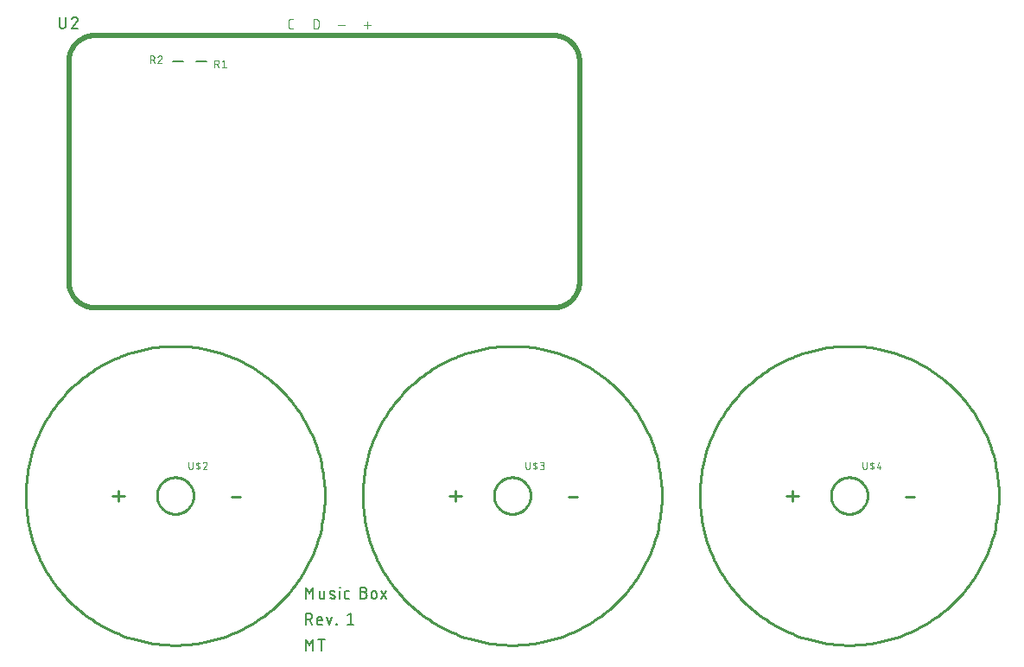
<source format=gbr>
G04 EAGLE Gerber RS-274X export*
G75*
%MOMM*%
%FSLAX34Y34*%
%LPD*%
%INSilkscreen Top*%
%IPPOS*%
%AMOC8*
5,1,8,0,0,1.08239X$1,22.5*%
G01*
%ADD10C,0.152400*%
%ADD11C,0.127000*%
%ADD12C,0.101600*%
%ADD13C,0.508000*%
%ADD14C,0.076200*%
%ADD15C,0.254000*%


D10*
X305562Y64262D02*
X305562Y75438D01*
X309287Y69229D01*
X313013Y75438D01*
X313013Y64262D01*
X318996Y66125D02*
X318996Y71713D01*
X318995Y66125D02*
X318997Y66041D01*
X319002Y65958D01*
X319012Y65875D01*
X319025Y65792D01*
X319042Y65710D01*
X319062Y65629D01*
X319086Y65549D01*
X319114Y65470D01*
X319145Y65393D01*
X319179Y65317D01*
X319217Y65242D01*
X319259Y65169D01*
X319303Y65099D01*
X319351Y65030D01*
X319401Y64963D01*
X319455Y64899D01*
X319511Y64838D01*
X319571Y64778D01*
X319632Y64722D01*
X319696Y64668D01*
X319763Y64618D01*
X319832Y64570D01*
X319902Y64526D01*
X319975Y64484D01*
X320050Y64446D01*
X320126Y64412D01*
X320203Y64381D01*
X320282Y64353D01*
X320362Y64329D01*
X320443Y64309D01*
X320525Y64292D01*
X320608Y64279D01*
X320691Y64269D01*
X320774Y64264D01*
X320858Y64262D01*
X323963Y64262D01*
X323963Y71713D01*
X330214Y68608D02*
X333319Y67366D01*
X330214Y68608D02*
X330142Y68639D01*
X330072Y68673D01*
X330003Y68711D01*
X329936Y68752D01*
X329871Y68796D01*
X329809Y68844D01*
X329749Y68894D01*
X329691Y68947D01*
X329636Y69003D01*
X329584Y69062D01*
X329535Y69123D01*
X329489Y69186D01*
X329446Y69251D01*
X329406Y69319D01*
X329369Y69388D01*
X329336Y69459D01*
X329307Y69532D01*
X329281Y69606D01*
X329258Y69681D01*
X329240Y69757D01*
X329225Y69834D01*
X329213Y69912D01*
X329206Y69990D01*
X329202Y70068D01*
X329203Y70146D01*
X329207Y70225D01*
X329214Y70303D01*
X329226Y70380D01*
X329241Y70457D01*
X329261Y70533D01*
X329283Y70608D01*
X329310Y70682D01*
X329340Y70754D01*
X329373Y70825D01*
X329410Y70894D01*
X329450Y70962D01*
X329494Y71027D01*
X329540Y71090D01*
X329590Y71151D01*
X329642Y71209D01*
X329697Y71265D01*
X329755Y71318D01*
X329816Y71368D01*
X329878Y71415D01*
X329943Y71458D01*
X330010Y71499D01*
X330079Y71537D01*
X330150Y71570D01*
X330222Y71601D01*
X330296Y71628D01*
X330370Y71651D01*
X330446Y71671D01*
X330523Y71687D01*
X330600Y71699D01*
X330678Y71707D01*
X330757Y71712D01*
X330835Y71713D01*
X330835Y71712D02*
X331004Y71708D01*
X331174Y71699D01*
X331343Y71687D01*
X331511Y71670D01*
X331680Y71649D01*
X331847Y71625D01*
X332014Y71596D01*
X332181Y71563D01*
X332346Y71526D01*
X332511Y71485D01*
X332674Y71441D01*
X332837Y71392D01*
X332998Y71340D01*
X333158Y71283D01*
X333316Y71223D01*
X333473Y71159D01*
X333629Y71091D01*
X333319Y67367D02*
X333391Y67336D01*
X333461Y67302D01*
X333530Y67264D01*
X333597Y67223D01*
X333662Y67179D01*
X333724Y67131D01*
X333784Y67081D01*
X333842Y67028D01*
X333897Y66972D01*
X333949Y66913D01*
X333998Y66852D01*
X334044Y66789D01*
X334087Y66724D01*
X334127Y66656D01*
X334164Y66587D01*
X334197Y66516D01*
X334226Y66443D01*
X334252Y66369D01*
X334275Y66294D01*
X334293Y66218D01*
X334308Y66141D01*
X334320Y66063D01*
X334327Y65985D01*
X334331Y65907D01*
X334330Y65829D01*
X334326Y65750D01*
X334319Y65672D01*
X334307Y65595D01*
X334292Y65518D01*
X334272Y65442D01*
X334250Y65367D01*
X334223Y65293D01*
X334193Y65221D01*
X334160Y65150D01*
X334123Y65081D01*
X334083Y65013D01*
X334039Y64948D01*
X333993Y64885D01*
X333943Y64824D01*
X333891Y64766D01*
X333836Y64710D01*
X333778Y64657D01*
X333717Y64607D01*
X333655Y64560D01*
X333590Y64517D01*
X333523Y64476D01*
X333454Y64438D01*
X333383Y64405D01*
X333311Y64374D01*
X333237Y64347D01*
X333163Y64324D01*
X333087Y64304D01*
X333010Y64288D01*
X332933Y64276D01*
X332855Y64268D01*
X332776Y64263D01*
X332698Y64262D01*
X332697Y64262D02*
X332448Y64269D01*
X332200Y64281D01*
X331951Y64299D01*
X331703Y64323D01*
X331456Y64353D01*
X331210Y64389D01*
X330964Y64431D01*
X330720Y64478D01*
X330476Y64532D01*
X330234Y64590D01*
X329994Y64655D01*
X329755Y64725D01*
X329518Y64801D01*
X329283Y64883D01*
X339005Y64262D02*
X339005Y71713D01*
X338695Y74817D02*
X338695Y75438D01*
X339316Y75438D01*
X339316Y74817D01*
X338695Y74817D01*
X345640Y64262D02*
X348124Y64262D01*
X345640Y64262D02*
X345556Y64264D01*
X345473Y64269D01*
X345390Y64279D01*
X345307Y64292D01*
X345225Y64309D01*
X345144Y64329D01*
X345064Y64353D01*
X344985Y64381D01*
X344908Y64412D01*
X344832Y64446D01*
X344757Y64484D01*
X344684Y64526D01*
X344614Y64570D01*
X344545Y64618D01*
X344478Y64668D01*
X344414Y64722D01*
X344353Y64778D01*
X344293Y64838D01*
X344237Y64899D01*
X344183Y64963D01*
X344133Y65030D01*
X344085Y65099D01*
X344041Y65169D01*
X343999Y65242D01*
X343961Y65317D01*
X343927Y65393D01*
X343896Y65470D01*
X343868Y65549D01*
X343844Y65629D01*
X343824Y65710D01*
X343807Y65792D01*
X343794Y65875D01*
X343784Y65958D01*
X343779Y66041D01*
X343777Y66125D01*
X343777Y69850D01*
X343779Y69934D01*
X343785Y70017D01*
X343794Y70100D01*
X343807Y70183D01*
X343824Y70265D01*
X343844Y70346D01*
X343868Y70426D01*
X343896Y70505D01*
X343927Y70582D01*
X343961Y70658D01*
X343999Y70733D01*
X344041Y70806D01*
X344085Y70876D01*
X344133Y70945D01*
X344183Y71012D01*
X344237Y71076D01*
X344293Y71137D01*
X344353Y71197D01*
X344414Y71253D01*
X344478Y71307D01*
X344545Y71357D01*
X344614Y71405D01*
X344684Y71449D01*
X344757Y71491D01*
X344832Y71529D01*
X344908Y71563D01*
X344985Y71594D01*
X345064Y71622D01*
X345144Y71646D01*
X345225Y71666D01*
X345307Y71683D01*
X345390Y71696D01*
X345473Y71706D01*
X345556Y71711D01*
X345640Y71713D01*
X348124Y71713D01*
X359353Y70471D02*
X362458Y70471D01*
X362458Y70470D02*
X362569Y70468D01*
X362679Y70462D01*
X362790Y70452D01*
X362900Y70438D01*
X363009Y70421D01*
X363118Y70399D01*
X363226Y70374D01*
X363332Y70344D01*
X363438Y70311D01*
X363543Y70274D01*
X363646Y70234D01*
X363747Y70189D01*
X363847Y70142D01*
X363946Y70090D01*
X364042Y70035D01*
X364136Y69977D01*
X364228Y69916D01*
X364318Y69851D01*
X364406Y69783D01*
X364491Y69712D01*
X364573Y69638D01*
X364653Y69561D01*
X364730Y69481D01*
X364804Y69399D01*
X364875Y69314D01*
X364943Y69226D01*
X365008Y69136D01*
X365069Y69044D01*
X365127Y68950D01*
X365182Y68854D01*
X365234Y68755D01*
X365281Y68655D01*
X365326Y68554D01*
X365366Y68451D01*
X365403Y68346D01*
X365436Y68240D01*
X365466Y68134D01*
X365491Y68026D01*
X365513Y67917D01*
X365530Y67808D01*
X365544Y67698D01*
X365554Y67587D01*
X365560Y67477D01*
X365562Y67366D01*
X365560Y67255D01*
X365554Y67145D01*
X365544Y67034D01*
X365530Y66924D01*
X365513Y66815D01*
X365491Y66706D01*
X365466Y66598D01*
X365436Y66492D01*
X365403Y66386D01*
X365366Y66281D01*
X365326Y66178D01*
X365281Y66077D01*
X365234Y65977D01*
X365182Y65878D01*
X365127Y65782D01*
X365069Y65688D01*
X365008Y65596D01*
X364943Y65506D01*
X364875Y65418D01*
X364804Y65333D01*
X364730Y65251D01*
X364653Y65171D01*
X364573Y65094D01*
X364491Y65020D01*
X364406Y64949D01*
X364318Y64881D01*
X364228Y64816D01*
X364136Y64755D01*
X364042Y64697D01*
X363946Y64642D01*
X363847Y64590D01*
X363747Y64543D01*
X363646Y64498D01*
X363543Y64458D01*
X363438Y64421D01*
X363332Y64388D01*
X363226Y64358D01*
X363118Y64333D01*
X363009Y64311D01*
X362900Y64294D01*
X362790Y64280D01*
X362679Y64270D01*
X362569Y64264D01*
X362458Y64262D01*
X359353Y64262D01*
X359353Y75438D01*
X362458Y75438D01*
X362557Y75436D01*
X362655Y75430D01*
X362754Y75420D01*
X362851Y75407D01*
X362949Y75389D01*
X363045Y75368D01*
X363141Y75342D01*
X363235Y75313D01*
X363328Y75281D01*
X363420Y75244D01*
X363510Y75204D01*
X363599Y75160D01*
X363686Y75113D01*
X363771Y75063D01*
X363853Y75009D01*
X363934Y74952D01*
X364012Y74892D01*
X364088Y74828D01*
X364161Y74762D01*
X364232Y74693D01*
X364300Y74621D01*
X364364Y74546D01*
X364426Y74469D01*
X364485Y74390D01*
X364540Y74308D01*
X364593Y74224D01*
X364641Y74139D01*
X364687Y74051D01*
X364729Y73961D01*
X364767Y73870D01*
X364801Y73778D01*
X364832Y73684D01*
X364859Y73589D01*
X364883Y73493D01*
X364902Y73396D01*
X364918Y73299D01*
X364930Y73201D01*
X364938Y73102D01*
X364942Y73003D01*
X364942Y72905D01*
X364938Y72806D01*
X364930Y72707D01*
X364918Y72609D01*
X364902Y72512D01*
X364883Y72415D01*
X364859Y72319D01*
X364832Y72224D01*
X364801Y72130D01*
X364767Y72038D01*
X364729Y71947D01*
X364687Y71857D01*
X364641Y71769D01*
X364593Y71684D01*
X364540Y71600D01*
X364485Y71518D01*
X364426Y71439D01*
X364364Y71362D01*
X364300Y71287D01*
X364232Y71215D01*
X364161Y71146D01*
X364088Y71080D01*
X364012Y71016D01*
X363934Y70956D01*
X363853Y70899D01*
X363771Y70845D01*
X363686Y70795D01*
X363599Y70748D01*
X363510Y70704D01*
X363420Y70664D01*
X363328Y70627D01*
X363235Y70595D01*
X363141Y70566D01*
X363045Y70540D01*
X362949Y70519D01*
X362851Y70501D01*
X362754Y70488D01*
X362655Y70478D01*
X362557Y70472D01*
X362458Y70470D01*
X370050Y69229D02*
X370050Y66746D01*
X370049Y69229D02*
X370051Y69328D01*
X370057Y69426D01*
X370067Y69525D01*
X370080Y69622D01*
X370098Y69720D01*
X370119Y69816D01*
X370145Y69912D01*
X370174Y70006D01*
X370206Y70099D01*
X370243Y70191D01*
X370283Y70281D01*
X370327Y70370D01*
X370374Y70457D01*
X370424Y70542D01*
X370478Y70624D01*
X370535Y70705D01*
X370595Y70783D01*
X370659Y70859D01*
X370725Y70932D01*
X370794Y71003D01*
X370866Y71071D01*
X370941Y71135D01*
X371018Y71197D01*
X371097Y71256D01*
X371179Y71311D01*
X371263Y71364D01*
X371348Y71412D01*
X371436Y71458D01*
X371526Y71500D01*
X371617Y71538D01*
X371709Y71572D01*
X371803Y71603D01*
X371898Y71630D01*
X371994Y71654D01*
X372091Y71673D01*
X372188Y71689D01*
X372286Y71701D01*
X372385Y71709D01*
X372484Y71713D01*
X372582Y71713D01*
X372681Y71709D01*
X372780Y71701D01*
X372878Y71689D01*
X372975Y71673D01*
X373072Y71654D01*
X373168Y71630D01*
X373263Y71603D01*
X373357Y71572D01*
X373449Y71538D01*
X373540Y71500D01*
X373630Y71458D01*
X373718Y71412D01*
X373803Y71364D01*
X373887Y71311D01*
X373969Y71256D01*
X374048Y71197D01*
X374125Y71135D01*
X374200Y71071D01*
X374272Y71003D01*
X374341Y70932D01*
X374407Y70859D01*
X374471Y70783D01*
X374531Y70705D01*
X374588Y70624D01*
X374642Y70542D01*
X374692Y70457D01*
X374739Y70370D01*
X374783Y70281D01*
X374823Y70191D01*
X374860Y70099D01*
X374892Y70006D01*
X374921Y69912D01*
X374947Y69816D01*
X374968Y69720D01*
X374986Y69622D01*
X374999Y69525D01*
X375009Y69426D01*
X375015Y69328D01*
X375017Y69229D01*
X375017Y66746D01*
X375015Y66647D01*
X375009Y66549D01*
X374999Y66450D01*
X374986Y66353D01*
X374968Y66255D01*
X374947Y66159D01*
X374921Y66063D01*
X374892Y65969D01*
X374860Y65876D01*
X374823Y65784D01*
X374783Y65694D01*
X374739Y65605D01*
X374692Y65518D01*
X374642Y65433D01*
X374588Y65351D01*
X374531Y65270D01*
X374471Y65192D01*
X374407Y65116D01*
X374341Y65043D01*
X374272Y64972D01*
X374200Y64904D01*
X374125Y64840D01*
X374048Y64778D01*
X373969Y64719D01*
X373887Y64664D01*
X373803Y64611D01*
X373718Y64563D01*
X373630Y64517D01*
X373540Y64475D01*
X373449Y64437D01*
X373357Y64403D01*
X373263Y64372D01*
X373168Y64345D01*
X373072Y64321D01*
X372975Y64302D01*
X372878Y64286D01*
X372780Y64274D01*
X372681Y64266D01*
X372582Y64262D01*
X372484Y64262D01*
X372385Y64266D01*
X372286Y64274D01*
X372188Y64286D01*
X372091Y64302D01*
X371994Y64321D01*
X371898Y64345D01*
X371803Y64372D01*
X371709Y64403D01*
X371617Y64437D01*
X371526Y64475D01*
X371436Y64517D01*
X371348Y64563D01*
X371263Y64611D01*
X371179Y64664D01*
X371097Y64719D01*
X371018Y64778D01*
X370941Y64840D01*
X370866Y64904D01*
X370794Y64972D01*
X370725Y65043D01*
X370659Y65116D01*
X370595Y65192D01*
X370535Y65270D01*
X370478Y65351D01*
X370424Y65433D01*
X370374Y65518D01*
X370327Y65605D01*
X370283Y65694D01*
X370243Y65784D01*
X370206Y65876D01*
X370174Y65969D01*
X370145Y66063D01*
X370119Y66159D01*
X370098Y66255D01*
X370080Y66353D01*
X370067Y66450D01*
X370057Y66549D01*
X370051Y66647D01*
X370049Y66746D01*
X379575Y64262D02*
X384542Y71713D01*
X379575Y71713D02*
X384542Y64262D01*
X305562Y50038D02*
X305562Y38862D01*
X305562Y50038D02*
X308666Y50038D01*
X308777Y50036D01*
X308887Y50030D01*
X308998Y50020D01*
X309108Y50006D01*
X309217Y49989D01*
X309326Y49967D01*
X309434Y49942D01*
X309540Y49912D01*
X309646Y49879D01*
X309751Y49842D01*
X309854Y49802D01*
X309955Y49757D01*
X310055Y49710D01*
X310154Y49658D01*
X310250Y49603D01*
X310344Y49545D01*
X310436Y49484D01*
X310526Y49419D01*
X310614Y49351D01*
X310699Y49280D01*
X310781Y49206D01*
X310861Y49129D01*
X310938Y49049D01*
X311012Y48967D01*
X311083Y48882D01*
X311151Y48794D01*
X311216Y48704D01*
X311277Y48612D01*
X311335Y48518D01*
X311390Y48422D01*
X311442Y48323D01*
X311489Y48223D01*
X311534Y48122D01*
X311574Y48019D01*
X311611Y47914D01*
X311644Y47808D01*
X311674Y47702D01*
X311699Y47594D01*
X311721Y47485D01*
X311738Y47376D01*
X311752Y47266D01*
X311762Y47155D01*
X311768Y47045D01*
X311770Y46934D01*
X311768Y46823D01*
X311762Y46713D01*
X311752Y46602D01*
X311738Y46492D01*
X311721Y46383D01*
X311699Y46274D01*
X311674Y46166D01*
X311644Y46060D01*
X311611Y45954D01*
X311574Y45849D01*
X311534Y45746D01*
X311489Y45645D01*
X311442Y45545D01*
X311390Y45446D01*
X311335Y45350D01*
X311277Y45256D01*
X311216Y45164D01*
X311151Y45074D01*
X311083Y44986D01*
X311012Y44901D01*
X310938Y44819D01*
X310861Y44739D01*
X310781Y44662D01*
X310699Y44588D01*
X310614Y44517D01*
X310526Y44449D01*
X310436Y44384D01*
X310344Y44323D01*
X310250Y44265D01*
X310154Y44210D01*
X310055Y44158D01*
X309955Y44111D01*
X309854Y44066D01*
X309751Y44026D01*
X309646Y43989D01*
X309540Y43956D01*
X309434Y43926D01*
X309326Y43901D01*
X309217Y43879D01*
X309108Y43862D01*
X308998Y43848D01*
X308887Y43838D01*
X308777Y43832D01*
X308666Y43830D01*
X308666Y43829D02*
X305562Y43829D01*
X309287Y43829D02*
X311771Y38862D01*
X318622Y38862D02*
X321726Y38862D01*
X318622Y38862D02*
X318538Y38864D01*
X318455Y38869D01*
X318372Y38879D01*
X318289Y38892D01*
X318207Y38909D01*
X318126Y38929D01*
X318046Y38953D01*
X317967Y38981D01*
X317890Y39012D01*
X317814Y39046D01*
X317739Y39084D01*
X317666Y39126D01*
X317596Y39170D01*
X317527Y39218D01*
X317460Y39268D01*
X317396Y39322D01*
X317335Y39378D01*
X317275Y39438D01*
X317219Y39499D01*
X317165Y39563D01*
X317115Y39630D01*
X317067Y39699D01*
X317023Y39769D01*
X316981Y39842D01*
X316943Y39917D01*
X316909Y39993D01*
X316878Y40070D01*
X316850Y40149D01*
X316826Y40229D01*
X316806Y40310D01*
X316789Y40392D01*
X316776Y40475D01*
X316766Y40558D01*
X316761Y40641D01*
X316759Y40725D01*
X316759Y43829D01*
X316758Y43829D02*
X316760Y43928D01*
X316766Y44026D01*
X316776Y44125D01*
X316789Y44222D01*
X316807Y44320D01*
X316828Y44416D01*
X316854Y44512D01*
X316883Y44606D01*
X316915Y44699D01*
X316952Y44791D01*
X316992Y44881D01*
X317036Y44970D01*
X317083Y45057D01*
X317133Y45142D01*
X317187Y45224D01*
X317244Y45305D01*
X317304Y45383D01*
X317368Y45459D01*
X317434Y45532D01*
X317503Y45603D01*
X317575Y45671D01*
X317650Y45735D01*
X317727Y45797D01*
X317806Y45856D01*
X317888Y45911D01*
X317972Y45964D01*
X318057Y46012D01*
X318145Y46058D01*
X318235Y46100D01*
X318326Y46138D01*
X318418Y46172D01*
X318512Y46203D01*
X318607Y46230D01*
X318703Y46254D01*
X318800Y46273D01*
X318897Y46289D01*
X318995Y46301D01*
X319094Y46309D01*
X319193Y46313D01*
X319291Y46313D01*
X319390Y46309D01*
X319489Y46301D01*
X319587Y46289D01*
X319684Y46273D01*
X319781Y46254D01*
X319877Y46230D01*
X319972Y46203D01*
X320066Y46172D01*
X320158Y46138D01*
X320249Y46100D01*
X320339Y46058D01*
X320427Y46012D01*
X320512Y45964D01*
X320596Y45911D01*
X320678Y45856D01*
X320757Y45797D01*
X320834Y45735D01*
X320909Y45671D01*
X320981Y45603D01*
X321050Y45532D01*
X321116Y45459D01*
X321180Y45383D01*
X321240Y45305D01*
X321297Y45224D01*
X321351Y45142D01*
X321401Y45057D01*
X321448Y44970D01*
X321492Y44881D01*
X321532Y44791D01*
X321569Y44699D01*
X321601Y44606D01*
X321630Y44512D01*
X321656Y44416D01*
X321677Y44320D01*
X321695Y44222D01*
X321708Y44125D01*
X321718Y44026D01*
X321724Y43928D01*
X321726Y43829D01*
X321726Y42587D01*
X316759Y42587D01*
X326284Y46313D02*
X328767Y38862D01*
X331251Y46313D01*
X335315Y39483D02*
X335315Y38862D01*
X335315Y39483D02*
X335936Y39483D01*
X335936Y38862D01*
X335315Y38862D01*
X346618Y47554D02*
X349722Y50038D01*
X349722Y38862D01*
X346618Y38862D02*
X352827Y38862D01*
X305562Y24638D02*
X305562Y13462D01*
X309287Y18429D02*
X305562Y24638D01*
X309287Y18429D02*
X313013Y24638D01*
X313013Y13462D01*
X321098Y13462D02*
X321098Y24638D01*
X317994Y24638D02*
X324203Y24638D01*
D11*
X208280Y590550D02*
X198120Y590550D01*
D12*
X216408Y591820D02*
X216408Y584708D01*
X216408Y591820D02*
X218384Y591820D01*
X218471Y591818D01*
X218559Y591812D01*
X218646Y591803D01*
X218732Y591789D01*
X218818Y591772D01*
X218902Y591751D01*
X218986Y591726D01*
X219069Y591697D01*
X219150Y591665D01*
X219230Y591630D01*
X219308Y591591D01*
X219385Y591548D01*
X219459Y591502D01*
X219531Y591453D01*
X219601Y591401D01*
X219669Y591345D01*
X219734Y591287D01*
X219797Y591226D01*
X219856Y591162D01*
X219913Y591095D01*
X219967Y591027D01*
X220018Y590955D01*
X220065Y590882D01*
X220110Y590807D01*
X220151Y590729D01*
X220188Y590650D01*
X220222Y590570D01*
X220252Y590488D01*
X220279Y590405D01*
X220302Y590320D01*
X220321Y590235D01*
X220336Y590149D01*
X220348Y590062D01*
X220356Y589975D01*
X220360Y589888D01*
X220360Y589800D01*
X220356Y589713D01*
X220348Y589626D01*
X220336Y589539D01*
X220321Y589453D01*
X220302Y589368D01*
X220279Y589283D01*
X220252Y589200D01*
X220222Y589118D01*
X220188Y589038D01*
X220151Y588959D01*
X220110Y588881D01*
X220065Y588806D01*
X220018Y588733D01*
X219967Y588661D01*
X219913Y588593D01*
X219856Y588526D01*
X219797Y588462D01*
X219734Y588401D01*
X219669Y588343D01*
X219601Y588287D01*
X219531Y588235D01*
X219459Y588186D01*
X219385Y588140D01*
X219308Y588097D01*
X219230Y588058D01*
X219150Y588023D01*
X219069Y587991D01*
X218986Y587962D01*
X218902Y587937D01*
X218818Y587916D01*
X218732Y587899D01*
X218646Y587885D01*
X218559Y587876D01*
X218471Y587870D01*
X218384Y587868D01*
X218384Y587869D02*
X216408Y587869D01*
X218779Y587869D02*
X220359Y584708D01*
X223663Y590240D02*
X225638Y591820D01*
X225638Y584708D01*
X223663Y584708D02*
X227614Y584708D01*
D11*
X185420Y590550D02*
X175260Y590550D01*
D12*
X153386Y589280D02*
X153386Y596392D01*
X155362Y596392D01*
X155449Y596390D01*
X155537Y596384D01*
X155624Y596375D01*
X155710Y596361D01*
X155796Y596344D01*
X155880Y596323D01*
X155964Y596298D01*
X156047Y596269D01*
X156128Y596237D01*
X156208Y596202D01*
X156286Y596163D01*
X156363Y596120D01*
X156437Y596074D01*
X156509Y596025D01*
X156579Y595973D01*
X156647Y595917D01*
X156712Y595859D01*
X156775Y595798D01*
X156834Y595734D01*
X156891Y595667D01*
X156945Y595599D01*
X156996Y595527D01*
X157043Y595454D01*
X157088Y595379D01*
X157129Y595301D01*
X157166Y595222D01*
X157200Y595142D01*
X157230Y595060D01*
X157257Y594977D01*
X157280Y594892D01*
X157299Y594807D01*
X157314Y594721D01*
X157326Y594634D01*
X157334Y594547D01*
X157338Y594460D01*
X157338Y594372D01*
X157334Y594285D01*
X157326Y594198D01*
X157314Y594111D01*
X157299Y594025D01*
X157280Y593940D01*
X157257Y593855D01*
X157230Y593772D01*
X157200Y593690D01*
X157166Y593610D01*
X157129Y593531D01*
X157088Y593453D01*
X157043Y593378D01*
X156996Y593305D01*
X156945Y593233D01*
X156891Y593165D01*
X156834Y593098D01*
X156775Y593034D01*
X156712Y592973D01*
X156647Y592915D01*
X156579Y592859D01*
X156509Y592807D01*
X156437Y592758D01*
X156363Y592712D01*
X156286Y592669D01*
X156208Y592630D01*
X156128Y592595D01*
X156047Y592563D01*
X155964Y592534D01*
X155880Y592509D01*
X155796Y592488D01*
X155710Y592471D01*
X155624Y592457D01*
X155537Y592448D01*
X155449Y592442D01*
X155362Y592440D01*
X155362Y592441D02*
X153386Y592441D01*
X155757Y592441D02*
X157337Y589280D01*
X162814Y596392D02*
X162896Y596390D01*
X162978Y596384D01*
X163060Y596375D01*
X163141Y596362D01*
X163221Y596345D01*
X163301Y596324D01*
X163379Y596300D01*
X163456Y596272D01*
X163532Y596241D01*
X163607Y596206D01*
X163679Y596167D01*
X163750Y596126D01*
X163819Y596081D01*
X163885Y596033D01*
X163950Y595982D01*
X164012Y595928D01*
X164071Y595871D01*
X164128Y595812D01*
X164182Y595750D01*
X164233Y595685D01*
X164281Y595619D01*
X164326Y595550D01*
X164367Y595479D01*
X164406Y595407D01*
X164441Y595332D01*
X164472Y595256D01*
X164500Y595179D01*
X164524Y595101D01*
X164545Y595021D01*
X164562Y594941D01*
X164575Y594860D01*
X164584Y594778D01*
X164590Y594696D01*
X164592Y594614D01*
X162814Y596392D02*
X162721Y596390D01*
X162629Y596384D01*
X162537Y596375D01*
X162445Y596362D01*
X162354Y596345D01*
X162264Y596325D01*
X162174Y596301D01*
X162086Y596273D01*
X161998Y596241D01*
X161913Y596207D01*
X161828Y596168D01*
X161746Y596127D01*
X161665Y596082D01*
X161585Y596033D01*
X161508Y595982D01*
X161433Y595928D01*
X161361Y595870D01*
X161291Y595810D01*
X161223Y595746D01*
X161158Y595681D01*
X161095Y595612D01*
X161036Y595541D01*
X160979Y595468D01*
X160925Y595392D01*
X160875Y595315D01*
X160827Y595235D01*
X160783Y595154D01*
X160743Y595070D01*
X160705Y594986D01*
X160671Y594899D01*
X160641Y594812D01*
X163999Y593231D02*
X164060Y593292D01*
X164118Y593355D01*
X164173Y593421D01*
X164226Y593489D01*
X164275Y593560D01*
X164320Y593632D01*
X164363Y593707D01*
X164402Y593783D01*
X164438Y593862D01*
X164470Y593941D01*
X164498Y594022D01*
X164523Y594105D01*
X164544Y594188D01*
X164561Y594272D01*
X164575Y594357D01*
X164584Y594442D01*
X164590Y594528D01*
X164592Y594614D01*
X163999Y593231D02*
X160641Y589280D01*
X164592Y589280D01*
D13*
X548640Y349250D02*
X549254Y349257D01*
X549867Y349280D01*
X550480Y349317D01*
X551091Y349369D01*
X551702Y349435D01*
X552310Y349517D01*
X552916Y349613D01*
X553520Y349723D01*
X554121Y349848D01*
X554719Y349988D01*
X555313Y350142D01*
X555903Y350311D01*
X556489Y350493D01*
X557070Y350690D01*
X557647Y350901D01*
X558218Y351125D01*
X558784Y351363D01*
X559344Y351615D01*
X559897Y351881D01*
X560444Y352159D01*
X560984Y352451D01*
X561517Y352756D01*
X562042Y353074D01*
X562560Y353404D01*
X563069Y353746D01*
X563570Y354101D01*
X564062Y354468D01*
X564545Y354846D01*
X565019Y355236D01*
X565483Y355638D01*
X565938Y356050D01*
X566382Y356474D01*
X566816Y356908D01*
X567240Y357352D01*
X567652Y357807D01*
X568054Y358271D01*
X568444Y358745D01*
X568822Y359228D01*
X569189Y359720D01*
X569544Y360221D01*
X569886Y360730D01*
X570216Y361248D01*
X570534Y361773D01*
X570839Y362306D01*
X571131Y362846D01*
X571409Y363393D01*
X571675Y363946D01*
X571927Y364506D01*
X572165Y365072D01*
X572389Y365643D01*
X572600Y366220D01*
X572797Y366801D01*
X572979Y367387D01*
X573148Y367977D01*
X573302Y368571D01*
X573442Y369169D01*
X573567Y369770D01*
X573677Y370374D01*
X573773Y370980D01*
X573855Y371588D01*
X573921Y372199D01*
X573973Y372810D01*
X574010Y373423D01*
X574033Y374036D01*
X574040Y374650D01*
X574040Y590550D01*
X574033Y591164D01*
X574010Y591777D01*
X573973Y592390D01*
X573921Y593001D01*
X573855Y593612D01*
X573773Y594220D01*
X573677Y594826D01*
X573567Y595430D01*
X573442Y596031D01*
X573302Y596629D01*
X573148Y597223D01*
X572979Y597813D01*
X572797Y598399D01*
X572600Y598980D01*
X572389Y599557D01*
X572165Y600128D01*
X571927Y600694D01*
X571675Y601254D01*
X571409Y601807D01*
X571131Y602354D01*
X570839Y602894D01*
X570534Y603427D01*
X570216Y603952D01*
X569886Y604470D01*
X569544Y604979D01*
X569189Y605480D01*
X568822Y605972D01*
X568444Y606455D01*
X568054Y606929D01*
X567652Y607393D01*
X567240Y607848D01*
X566816Y608292D01*
X566382Y608726D01*
X565938Y609150D01*
X565483Y609562D01*
X565019Y609964D01*
X564545Y610354D01*
X564062Y610732D01*
X563570Y611099D01*
X563069Y611454D01*
X562560Y611796D01*
X562042Y612126D01*
X561517Y612444D01*
X560984Y612749D01*
X560444Y613041D01*
X559897Y613319D01*
X559344Y613585D01*
X558784Y613837D01*
X558218Y614075D01*
X557647Y614299D01*
X557070Y614510D01*
X556489Y614707D01*
X555903Y614889D01*
X555313Y615058D01*
X554719Y615212D01*
X554121Y615352D01*
X553520Y615477D01*
X552916Y615587D01*
X552310Y615683D01*
X551702Y615765D01*
X551091Y615831D01*
X550480Y615883D01*
X549867Y615920D01*
X549254Y615943D01*
X548640Y615950D01*
X99060Y615950D01*
X98446Y615943D01*
X97833Y615920D01*
X97220Y615883D01*
X96609Y615831D01*
X95998Y615765D01*
X95390Y615683D01*
X94784Y615587D01*
X94180Y615477D01*
X93579Y615352D01*
X92981Y615212D01*
X92387Y615058D01*
X91797Y614889D01*
X91211Y614707D01*
X90630Y614510D01*
X90053Y614299D01*
X89482Y614075D01*
X88916Y613837D01*
X88356Y613585D01*
X87803Y613319D01*
X87256Y613041D01*
X86716Y612749D01*
X86183Y612444D01*
X85658Y612126D01*
X85140Y611796D01*
X84631Y611454D01*
X84130Y611099D01*
X83638Y610732D01*
X83155Y610354D01*
X82681Y609964D01*
X82217Y609562D01*
X81762Y609150D01*
X81318Y608726D01*
X80884Y608292D01*
X80460Y607848D01*
X80048Y607393D01*
X79646Y606929D01*
X79256Y606455D01*
X78878Y605972D01*
X78511Y605480D01*
X78156Y604979D01*
X77814Y604470D01*
X77484Y603952D01*
X77166Y603427D01*
X76861Y602894D01*
X76569Y602354D01*
X76291Y601807D01*
X76025Y601254D01*
X75773Y600694D01*
X75535Y600128D01*
X75311Y599557D01*
X75100Y598980D01*
X74903Y598399D01*
X74721Y597813D01*
X74552Y597223D01*
X74398Y596629D01*
X74258Y596031D01*
X74133Y595430D01*
X74023Y594826D01*
X73927Y594220D01*
X73845Y593612D01*
X73779Y593001D01*
X73727Y592390D01*
X73690Y591777D01*
X73667Y591164D01*
X73660Y590550D01*
X73660Y374650D01*
X73667Y374036D01*
X73690Y373423D01*
X73727Y372810D01*
X73779Y372199D01*
X73845Y371588D01*
X73927Y370980D01*
X74023Y370374D01*
X74133Y369770D01*
X74258Y369169D01*
X74398Y368571D01*
X74552Y367977D01*
X74721Y367387D01*
X74903Y366801D01*
X75100Y366220D01*
X75311Y365643D01*
X75535Y365072D01*
X75773Y364506D01*
X76025Y363946D01*
X76291Y363393D01*
X76569Y362846D01*
X76861Y362306D01*
X77166Y361773D01*
X77484Y361248D01*
X77814Y360730D01*
X78156Y360221D01*
X78511Y359720D01*
X78878Y359228D01*
X79256Y358745D01*
X79646Y358271D01*
X80048Y357807D01*
X80460Y357352D01*
X80884Y356908D01*
X81318Y356474D01*
X81762Y356050D01*
X82217Y355638D01*
X82681Y355236D01*
X83155Y354846D01*
X83638Y354468D01*
X84130Y354101D01*
X84631Y353746D01*
X85140Y353404D01*
X85658Y353074D01*
X86183Y352756D01*
X86716Y352451D01*
X87256Y352159D01*
X87803Y351881D01*
X88356Y351615D01*
X88916Y351363D01*
X89482Y351125D01*
X90053Y350901D01*
X90630Y350690D01*
X91211Y350493D01*
X91797Y350311D01*
X92387Y350142D01*
X92981Y349988D01*
X93579Y349848D01*
X94180Y349723D01*
X94784Y349613D01*
X95390Y349517D01*
X95998Y349435D01*
X96609Y349369D01*
X97220Y349317D01*
X97833Y349280D01*
X98446Y349257D01*
X99060Y349250D01*
X548640Y349250D01*
D14*
X292989Y622681D02*
X290901Y622681D01*
X290812Y622683D01*
X290724Y622689D01*
X290636Y622698D01*
X290548Y622711D01*
X290461Y622728D01*
X290375Y622748D01*
X290290Y622773D01*
X290205Y622800D01*
X290122Y622832D01*
X290041Y622866D01*
X289961Y622905D01*
X289883Y622946D01*
X289806Y622991D01*
X289732Y623039D01*
X289659Y623090D01*
X289589Y623144D01*
X289522Y623202D01*
X289456Y623262D01*
X289394Y623324D01*
X289334Y623390D01*
X289276Y623457D01*
X289222Y623527D01*
X289171Y623600D01*
X289123Y623674D01*
X289078Y623751D01*
X289037Y623829D01*
X288998Y623909D01*
X288964Y623990D01*
X288932Y624073D01*
X288905Y624158D01*
X288880Y624243D01*
X288860Y624329D01*
X288843Y624416D01*
X288830Y624504D01*
X288821Y624592D01*
X288815Y624680D01*
X288813Y624769D01*
X288812Y624769D02*
X288812Y629991D01*
X288813Y629991D02*
X288815Y630082D01*
X288821Y630173D01*
X288831Y630264D01*
X288845Y630354D01*
X288862Y630443D01*
X288884Y630531D01*
X288910Y630619D01*
X288939Y630705D01*
X288972Y630790D01*
X289009Y630873D01*
X289049Y630955D01*
X289093Y631035D01*
X289140Y631113D01*
X289191Y631189D01*
X289244Y631262D01*
X289301Y631333D01*
X289362Y631402D01*
X289425Y631467D01*
X289490Y631530D01*
X289559Y631590D01*
X289630Y631648D01*
X289703Y631701D01*
X289779Y631752D01*
X289857Y631799D01*
X289937Y631843D01*
X290019Y631883D01*
X290102Y631920D01*
X290187Y631953D01*
X290273Y631982D01*
X290361Y632008D01*
X290449Y632030D01*
X290538Y632047D01*
X290628Y632061D01*
X290719Y632071D01*
X290810Y632077D01*
X290901Y632079D01*
X292989Y632079D01*
X313168Y632079D02*
X313168Y622681D01*
X313168Y632079D02*
X315778Y632079D01*
X315878Y632077D01*
X315978Y632071D01*
X316077Y632062D01*
X316177Y632048D01*
X316275Y632031D01*
X316373Y632010D01*
X316470Y631986D01*
X316566Y631957D01*
X316661Y631925D01*
X316754Y631890D01*
X316846Y631851D01*
X316937Y631808D01*
X317025Y631762D01*
X317112Y631712D01*
X317197Y631660D01*
X317280Y631604D01*
X317361Y631545D01*
X317439Y631482D01*
X317515Y631417D01*
X317589Y631349D01*
X317659Y631279D01*
X317727Y631205D01*
X317792Y631129D01*
X317855Y631051D01*
X317914Y630970D01*
X317970Y630887D01*
X318022Y630802D01*
X318072Y630715D01*
X318118Y630627D01*
X318161Y630536D01*
X318200Y630444D01*
X318235Y630351D01*
X318267Y630256D01*
X318296Y630160D01*
X318320Y630063D01*
X318341Y629965D01*
X318358Y629867D01*
X318372Y629767D01*
X318381Y629668D01*
X318387Y629568D01*
X318389Y629468D01*
X318389Y625292D01*
X318387Y625192D01*
X318381Y625092D01*
X318372Y624993D01*
X318358Y624893D01*
X318341Y624795D01*
X318320Y624697D01*
X318296Y624600D01*
X318267Y624504D01*
X318235Y624409D01*
X318200Y624316D01*
X318161Y624224D01*
X318118Y624133D01*
X318072Y624045D01*
X318022Y623958D01*
X317970Y623873D01*
X317914Y623790D01*
X317855Y623709D01*
X317792Y623631D01*
X317727Y623555D01*
X317659Y623481D01*
X317589Y623411D01*
X317515Y623343D01*
X317439Y623278D01*
X317361Y623215D01*
X317280Y623156D01*
X317197Y623100D01*
X317112Y623048D01*
X317025Y622998D01*
X316937Y622952D01*
X316846Y622909D01*
X316754Y622870D01*
X316661Y622835D01*
X316566Y622803D01*
X316470Y622774D01*
X316373Y622750D01*
X316275Y622729D01*
X316177Y622712D01*
X316077Y622698D01*
X315978Y622689D01*
X315878Y622683D01*
X315778Y622681D01*
X313168Y622681D01*
X337524Y626336D02*
X343789Y626336D01*
X362924Y626336D02*
X369189Y626336D01*
X366056Y623203D02*
X366056Y629468D01*
D10*
X64262Y626166D02*
X64262Y634238D01*
X64262Y626166D02*
X64264Y626055D01*
X64270Y625945D01*
X64280Y625834D01*
X64294Y625724D01*
X64311Y625615D01*
X64333Y625506D01*
X64358Y625398D01*
X64388Y625292D01*
X64421Y625186D01*
X64458Y625081D01*
X64498Y624978D01*
X64543Y624877D01*
X64590Y624777D01*
X64642Y624678D01*
X64697Y624582D01*
X64755Y624488D01*
X64816Y624396D01*
X64881Y624306D01*
X64949Y624218D01*
X65020Y624133D01*
X65094Y624051D01*
X65171Y623971D01*
X65251Y623894D01*
X65333Y623820D01*
X65418Y623749D01*
X65506Y623681D01*
X65596Y623616D01*
X65688Y623555D01*
X65782Y623497D01*
X65878Y623442D01*
X65977Y623390D01*
X66077Y623343D01*
X66178Y623298D01*
X66281Y623258D01*
X66386Y623221D01*
X66492Y623188D01*
X66598Y623158D01*
X66706Y623133D01*
X66815Y623111D01*
X66924Y623094D01*
X67034Y623080D01*
X67145Y623070D01*
X67255Y623064D01*
X67366Y623062D01*
X67477Y623064D01*
X67587Y623070D01*
X67698Y623080D01*
X67808Y623094D01*
X67917Y623111D01*
X68026Y623133D01*
X68134Y623158D01*
X68240Y623188D01*
X68346Y623221D01*
X68451Y623258D01*
X68554Y623298D01*
X68655Y623343D01*
X68755Y623390D01*
X68854Y623442D01*
X68950Y623497D01*
X69044Y623555D01*
X69136Y623616D01*
X69226Y623681D01*
X69314Y623749D01*
X69399Y623820D01*
X69481Y623894D01*
X69561Y623971D01*
X69638Y624051D01*
X69712Y624133D01*
X69783Y624218D01*
X69851Y624306D01*
X69916Y624396D01*
X69977Y624488D01*
X70035Y624582D01*
X70090Y624678D01*
X70142Y624777D01*
X70189Y624877D01*
X70234Y624978D01*
X70274Y625081D01*
X70311Y625186D01*
X70344Y625292D01*
X70374Y625398D01*
X70399Y625506D01*
X70421Y625615D01*
X70438Y625724D01*
X70452Y625834D01*
X70462Y625945D01*
X70468Y626055D01*
X70470Y626166D01*
X70471Y626166D02*
X70471Y634238D01*
X79488Y634238D02*
X79592Y634236D01*
X79697Y634230D01*
X79801Y634220D01*
X79904Y634207D01*
X80007Y634189D01*
X80110Y634168D01*
X80211Y634143D01*
X80312Y634114D01*
X80411Y634081D01*
X80509Y634045D01*
X80605Y634005D01*
X80700Y633961D01*
X80794Y633914D01*
X80885Y633864D01*
X80974Y633810D01*
X81062Y633753D01*
X81147Y633692D01*
X81230Y633628D01*
X81310Y633562D01*
X81388Y633492D01*
X81464Y633420D01*
X81536Y633344D01*
X81606Y633266D01*
X81672Y633186D01*
X81736Y633103D01*
X81797Y633018D01*
X81854Y632930D01*
X81908Y632841D01*
X81958Y632750D01*
X82005Y632656D01*
X82049Y632561D01*
X82089Y632465D01*
X82125Y632367D01*
X82158Y632268D01*
X82187Y632167D01*
X82212Y632066D01*
X82233Y631963D01*
X82251Y631860D01*
X82264Y631757D01*
X82274Y631653D01*
X82280Y631548D01*
X82282Y631444D01*
X79488Y634239D02*
X79369Y634237D01*
X79251Y634231D01*
X79132Y634221D01*
X79014Y634208D01*
X78897Y634190D01*
X78780Y634168D01*
X78664Y634143D01*
X78549Y634114D01*
X78434Y634081D01*
X78321Y634044D01*
X78210Y634004D01*
X78099Y633960D01*
X77991Y633912D01*
X77884Y633861D01*
X77778Y633806D01*
X77675Y633747D01*
X77573Y633686D01*
X77474Y633621D01*
X77376Y633552D01*
X77282Y633481D01*
X77189Y633406D01*
X77099Y633329D01*
X77012Y633248D01*
X76927Y633165D01*
X76845Y633079D01*
X76766Y632990D01*
X76690Y632899D01*
X76617Y632805D01*
X76548Y632709D01*
X76481Y632610D01*
X76418Y632510D01*
X76358Y632407D01*
X76301Y632303D01*
X76249Y632196D01*
X76199Y632088D01*
X76153Y631979D01*
X76111Y631867D01*
X76073Y631755D01*
X81351Y629271D02*
X81426Y629345D01*
X81498Y629422D01*
X81568Y629501D01*
X81635Y629583D01*
X81699Y629667D01*
X81760Y629753D01*
X81818Y629841D01*
X81873Y629932D01*
X81925Y630024D01*
X81973Y630118D01*
X82018Y630213D01*
X82060Y630311D01*
X82098Y630409D01*
X82133Y630509D01*
X82164Y630610D01*
X82191Y630712D01*
X82215Y630815D01*
X82236Y630918D01*
X82252Y631023D01*
X82265Y631128D01*
X82275Y631233D01*
X82280Y631338D01*
X82282Y631444D01*
X81351Y629271D02*
X76073Y623062D01*
X82282Y623062D01*
D15*
X159839Y165100D02*
X159844Y165541D01*
X159861Y165981D01*
X159888Y166421D01*
X159925Y166860D01*
X159974Y167299D01*
X160033Y167735D01*
X160103Y168171D01*
X160184Y168604D01*
X160275Y169035D01*
X160377Y169464D01*
X160490Y169890D01*
X160612Y170314D01*
X160746Y170734D01*
X160889Y171151D01*
X161043Y171564D01*
X161206Y171973D01*
X161380Y172379D01*
X161563Y172779D01*
X161757Y173175D01*
X161960Y173567D01*
X162172Y173953D01*
X162394Y174334D01*
X162626Y174709D01*
X162866Y175079D01*
X163115Y175442D01*
X163374Y175799D01*
X163641Y176150D01*
X163916Y176494D01*
X164200Y176832D01*
X164492Y177162D01*
X164792Y177485D01*
X165100Y177800D01*
X165415Y178108D01*
X165738Y178408D01*
X166068Y178700D01*
X166406Y178984D01*
X166750Y179259D01*
X167101Y179526D01*
X167458Y179785D01*
X167821Y180034D01*
X168191Y180274D01*
X168566Y180506D01*
X168947Y180728D01*
X169333Y180940D01*
X169725Y181143D01*
X170121Y181337D01*
X170521Y181520D01*
X170927Y181694D01*
X171336Y181857D01*
X171749Y182011D01*
X172166Y182154D01*
X172586Y182288D01*
X173010Y182410D01*
X173436Y182523D01*
X173865Y182625D01*
X174296Y182716D01*
X174729Y182797D01*
X175165Y182867D01*
X175601Y182926D01*
X176040Y182975D01*
X176479Y183012D01*
X176919Y183039D01*
X177359Y183056D01*
X177800Y183061D01*
X178241Y183056D01*
X178681Y183039D01*
X179121Y183012D01*
X179560Y182975D01*
X179999Y182926D01*
X180435Y182867D01*
X180871Y182797D01*
X181304Y182716D01*
X181735Y182625D01*
X182164Y182523D01*
X182590Y182410D01*
X183014Y182288D01*
X183434Y182154D01*
X183851Y182011D01*
X184264Y181857D01*
X184673Y181694D01*
X185079Y181520D01*
X185479Y181337D01*
X185875Y181143D01*
X186267Y180940D01*
X186653Y180728D01*
X187034Y180506D01*
X187409Y180274D01*
X187779Y180034D01*
X188142Y179785D01*
X188499Y179526D01*
X188850Y179259D01*
X189194Y178984D01*
X189532Y178700D01*
X189862Y178408D01*
X190185Y178108D01*
X190500Y177800D01*
X190808Y177485D01*
X191108Y177162D01*
X191400Y176832D01*
X191684Y176494D01*
X191959Y176150D01*
X192226Y175799D01*
X192485Y175442D01*
X192734Y175079D01*
X192974Y174709D01*
X193206Y174334D01*
X193428Y173953D01*
X193640Y173567D01*
X193843Y173175D01*
X194037Y172779D01*
X194220Y172379D01*
X194394Y171973D01*
X194557Y171564D01*
X194711Y171151D01*
X194854Y170734D01*
X194988Y170314D01*
X195110Y169890D01*
X195223Y169464D01*
X195325Y169035D01*
X195416Y168604D01*
X195497Y168171D01*
X195567Y167735D01*
X195626Y167299D01*
X195675Y166860D01*
X195712Y166421D01*
X195739Y165981D01*
X195756Y165541D01*
X195761Y165100D01*
X195756Y164659D01*
X195739Y164219D01*
X195712Y163779D01*
X195675Y163340D01*
X195626Y162901D01*
X195567Y162465D01*
X195497Y162029D01*
X195416Y161596D01*
X195325Y161165D01*
X195223Y160736D01*
X195110Y160310D01*
X194988Y159886D01*
X194854Y159466D01*
X194711Y159049D01*
X194557Y158636D01*
X194394Y158227D01*
X194220Y157821D01*
X194037Y157421D01*
X193843Y157025D01*
X193640Y156633D01*
X193428Y156247D01*
X193206Y155866D01*
X192974Y155491D01*
X192734Y155121D01*
X192485Y154758D01*
X192226Y154401D01*
X191959Y154050D01*
X191684Y153706D01*
X191400Y153368D01*
X191108Y153038D01*
X190808Y152715D01*
X190500Y152400D01*
X190185Y152092D01*
X189862Y151792D01*
X189532Y151500D01*
X189194Y151216D01*
X188850Y150941D01*
X188499Y150674D01*
X188142Y150415D01*
X187779Y150166D01*
X187409Y149926D01*
X187034Y149694D01*
X186653Y149472D01*
X186267Y149260D01*
X185875Y149057D01*
X185479Y148863D01*
X185079Y148680D01*
X184673Y148506D01*
X184264Y148343D01*
X183851Y148189D01*
X183434Y148046D01*
X183014Y147912D01*
X182590Y147790D01*
X182164Y147677D01*
X181735Y147575D01*
X181304Y147484D01*
X180871Y147403D01*
X180435Y147333D01*
X179999Y147274D01*
X179560Y147225D01*
X179121Y147188D01*
X178681Y147161D01*
X178241Y147144D01*
X177800Y147139D01*
X177359Y147144D01*
X176919Y147161D01*
X176479Y147188D01*
X176040Y147225D01*
X175601Y147274D01*
X175165Y147333D01*
X174729Y147403D01*
X174296Y147484D01*
X173865Y147575D01*
X173436Y147677D01*
X173010Y147790D01*
X172586Y147912D01*
X172166Y148046D01*
X171749Y148189D01*
X171336Y148343D01*
X170927Y148506D01*
X170521Y148680D01*
X170121Y148863D01*
X169725Y149057D01*
X169333Y149260D01*
X168947Y149472D01*
X168566Y149694D01*
X168191Y149926D01*
X167821Y150166D01*
X167458Y150415D01*
X167101Y150674D01*
X166750Y150941D01*
X166406Y151216D01*
X166068Y151500D01*
X165738Y151792D01*
X165415Y152092D01*
X165100Y152400D01*
X164792Y152715D01*
X164492Y153038D01*
X164200Y153368D01*
X163916Y153706D01*
X163641Y154050D01*
X163374Y154401D01*
X163115Y154758D01*
X162866Y155121D01*
X162626Y155491D01*
X162394Y155866D01*
X162172Y156247D01*
X161960Y156633D01*
X161757Y157025D01*
X161563Y157421D01*
X161380Y157821D01*
X161206Y158227D01*
X161043Y158636D01*
X160889Y159049D01*
X160746Y159466D01*
X160612Y159886D01*
X160490Y160310D01*
X160377Y160736D01*
X160275Y161165D01*
X160184Y161596D01*
X160103Y162029D01*
X160033Y162465D01*
X159974Y162901D01*
X159925Y163340D01*
X159888Y163779D01*
X159861Y164219D01*
X159844Y164659D01*
X159839Y165100D01*
X31300Y165100D02*
X31344Y168695D01*
X31476Y172288D01*
X31697Y175877D01*
X32005Y179460D01*
X32402Y183033D01*
X32886Y186596D01*
X33457Y190146D01*
X34115Y193681D01*
X34860Y197198D01*
X35690Y200697D01*
X36607Y204173D01*
X37608Y207627D01*
X38694Y211054D01*
X39864Y214454D01*
X41117Y217825D01*
X42452Y221163D01*
X43868Y224468D01*
X45366Y227737D01*
X46943Y230968D01*
X48599Y234160D01*
X50332Y237310D01*
X52143Y240416D01*
X54029Y243477D01*
X55990Y246491D01*
X58024Y249456D01*
X60130Y252370D01*
X62307Y255231D01*
X64554Y258039D01*
X66869Y260790D01*
X69251Y263483D01*
X71698Y266118D01*
X74209Y268691D01*
X76782Y271202D01*
X79417Y273649D01*
X82110Y276031D01*
X84861Y278346D01*
X87669Y280593D01*
X90530Y282770D01*
X93444Y284876D01*
X96409Y286910D01*
X99423Y288871D01*
X102484Y290757D01*
X105590Y292568D01*
X108740Y294301D01*
X111932Y295957D01*
X115163Y297534D01*
X118432Y299032D01*
X121737Y300448D01*
X125075Y301783D01*
X128446Y303036D01*
X131846Y304206D01*
X135273Y305292D01*
X138727Y306293D01*
X142203Y307210D01*
X145702Y308040D01*
X149219Y308785D01*
X152754Y309443D01*
X156304Y310014D01*
X159867Y310498D01*
X163440Y310895D01*
X167023Y311203D01*
X170612Y311424D01*
X174205Y311556D01*
X177800Y311600D01*
X181395Y311556D01*
X184988Y311424D01*
X188577Y311203D01*
X192160Y310895D01*
X195733Y310498D01*
X199296Y310014D01*
X202846Y309443D01*
X206381Y308785D01*
X209898Y308040D01*
X213397Y307210D01*
X216873Y306293D01*
X220327Y305292D01*
X223754Y304206D01*
X227154Y303036D01*
X230525Y301783D01*
X233863Y300448D01*
X237168Y299032D01*
X240437Y297534D01*
X243668Y295957D01*
X246860Y294301D01*
X250010Y292568D01*
X253116Y290757D01*
X256177Y288871D01*
X259191Y286910D01*
X262156Y284876D01*
X265070Y282770D01*
X267931Y280593D01*
X270739Y278346D01*
X273490Y276031D01*
X276183Y273649D01*
X278818Y271202D01*
X281391Y268691D01*
X283902Y266118D01*
X286349Y263483D01*
X288731Y260790D01*
X291046Y258039D01*
X293293Y255231D01*
X295470Y252370D01*
X297576Y249456D01*
X299610Y246491D01*
X301571Y243477D01*
X303457Y240416D01*
X305268Y237310D01*
X307001Y234160D01*
X308657Y230968D01*
X310234Y227737D01*
X311732Y224468D01*
X313148Y221163D01*
X314483Y217825D01*
X315736Y214454D01*
X316906Y211054D01*
X317992Y207627D01*
X318993Y204173D01*
X319910Y200697D01*
X320740Y197198D01*
X321485Y193681D01*
X322143Y190146D01*
X322714Y186596D01*
X323198Y183033D01*
X323595Y179460D01*
X323903Y175877D01*
X324124Y172288D01*
X324256Y168695D01*
X324300Y165100D01*
X324256Y161505D01*
X324124Y157912D01*
X323903Y154323D01*
X323595Y150740D01*
X323198Y147167D01*
X322714Y143604D01*
X322143Y140054D01*
X321485Y136519D01*
X320740Y133002D01*
X319910Y129503D01*
X318993Y126027D01*
X317992Y122573D01*
X316906Y119146D01*
X315736Y115746D01*
X314483Y112375D01*
X313148Y109037D01*
X311732Y105732D01*
X310234Y102463D01*
X308657Y99232D01*
X307001Y96040D01*
X305268Y92890D01*
X303457Y89784D01*
X301571Y86723D01*
X299610Y83709D01*
X297576Y80744D01*
X295470Y77830D01*
X293293Y74969D01*
X291046Y72161D01*
X288731Y69410D01*
X286349Y66717D01*
X283902Y64082D01*
X281391Y61509D01*
X278818Y58998D01*
X276183Y56551D01*
X273490Y54169D01*
X270739Y51854D01*
X267931Y49607D01*
X265070Y47430D01*
X262156Y45324D01*
X259191Y43290D01*
X256177Y41329D01*
X253116Y39443D01*
X250010Y37632D01*
X246860Y35899D01*
X243668Y34243D01*
X240437Y32666D01*
X237168Y31168D01*
X233863Y29752D01*
X230525Y28417D01*
X227154Y27164D01*
X223754Y25994D01*
X220327Y24908D01*
X216873Y23907D01*
X213397Y22990D01*
X209898Y22160D01*
X206381Y21415D01*
X202846Y20757D01*
X199296Y20186D01*
X195733Y19702D01*
X192160Y19305D01*
X188577Y18997D01*
X184988Y18776D01*
X181395Y18644D01*
X177800Y18600D01*
X174205Y18644D01*
X170612Y18776D01*
X167023Y18997D01*
X163440Y19305D01*
X159867Y19702D01*
X156304Y20186D01*
X152754Y20757D01*
X149219Y21415D01*
X145702Y22160D01*
X142203Y22990D01*
X138727Y23907D01*
X135273Y24908D01*
X131846Y25994D01*
X128446Y27164D01*
X125075Y28417D01*
X121737Y29752D01*
X118432Y31168D01*
X115163Y32666D01*
X111932Y34243D01*
X108740Y35899D01*
X105590Y37632D01*
X102484Y39443D01*
X99423Y41329D01*
X96409Y43290D01*
X93444Y45324D01*
X90530Y47430D01*
X87669Y49607D01*
X84861Y51854D01*
X82110Y54169D01*
X79417Y56551D01*
X76782Y58998D01*
X74209Y61509D01*
X71698Y64082D01*
X69251Y66717D01*
X66869Y69410D01*
X64554Y72161D01*
X62307Y74969D01*
X60130Y77830D01*
X58024Y80744D01*
X55990Y83709D01*
X54029Y86723D01*
X52143Y89784D01*
X50332Y92890D01*
X48599Y96040D01*
X46943Y99232D01*
X45366Y102463D01*
X43868Y105732D01*
X42452Y109037D01*
X41117Y112375D01*
X39864Y115746D01*
X38694Y119146D01*
X37608Y122573D01*
X36607Y126027D01*
X35690Y129503D01*
X34860Y133002D01*
X34115Y136519D01*
X33457Y140054D01*
X32886Y143604D01*
X32402Y147167D01*
X32005Y150740D01*
X31697Y154323D01*
X31476Y157912D01*
X31344Y161505D01*
X31300Y165100D01*
X115800Y165100D02*
X127800Y165100D01*
X121800Y170100D02*
X121800Y160100D01*
X232800Y164100D02*
X241800Y164100D01*
D12*
X191008Y192984D02*
X191008Y198120D01*
X191008Y192984D02*
X191010Y192897D01*
X191016Y192809D01*
X191025Y192722D01*
X191039Y192636D01*
X191056Y192550D01*
X191077Y192466D01*
X191102Y192382D01*
X191131Y192299D01*
X191163Y192218D01*
X191198Y192138D01*
X191237Y192060D01*
X191280Y191983D01*
X191326Y191909D01*
X191375Y191837D01*
X191427Y191767D01*
X191483Y191699D01*
X191541Y191634D01*
X191602Y191571D01*
X191666Y191512D01*
X191733Y191455D01*
X191801Y191401D01*
X191873Y191350D01*
X191946Y191303D01*
X192021Y191258D01*
X192099Y191217D01*
X192178Y191180D01*
X192258Y191146D01*
X192340Y191116D01*
X192423Y191089D01*
X192508Y191066D01*
X192593Y191047D01*
X192679Y191032D01*
X192766Y191020D01*
X192853Y191012D01*
X192940Y191008D01*
X193028Y191008D01*
X193115Y191012D01*
X193202Y191020D01*
X193289Y191032D01*
X193375Y191047D01*
X193460Y191066D01*
X193545Y191089D01*
X193628Y191116D01*
X193710Y191146D01*
X193790Y191180D01*
X193869Y191217D01*
X193947Y191258D01*
X194022Y191303D01*
X194095Y191350D01*
X194167Y191401D01*
X194235Y191455D01*
X194302Y191512D01*
X194366Y191571D01*
X194427Y191634D01*
X194485Y191699D01*
X194541Y191767D01*
X194593Y191837D01*
X194642Y191909D01*
X194688Y191983D01*
X194731Y192060D01*
X194770Y192138D01*
X194805Y192218D01*
X194837Y192299D01*
X194866Y192382D01*
X194891Y192466D01*
X194912Y192550D01*
X194929Y192636D01*
X194943Y192722D01*
X194952Y192809D01*
X194958Y192897D01*
X194960Y192984D01*
X194959Y192984D02*
X194959Y198120D01*
X200055Y198120D02*
X200055Y191008D01*
X200055Y194564D02*
X199067Y195157D01*
X199010Y195194D01*
X198955Y195234D01*
X198902Y195277D01*
X198852Y195323D01*
X198804Y195371D01*
X198760Y195423D01*
X198718Y195477D01*
X198680Y195533D01*
X198645Y195591D01*
X198614Y195651D01*
X198586Y195713D01*
X198561Y195777D01*
X198540Y195842D01*
X198523Y195907D01*
X198510Y195974D01*
X198501Y196041D01*
X198496Y196109D01*
X198494Y196177D01*
X198496Y196245D01*
X198503Y196313D01*
X198513Y196380D01*
X198527Y196447D01*
X198545Y196512D01*
X198567Y196577D01*
X198592Y196640D01*
X198621Y196701D01*
X198653Y196761D01*
X198689Y196819D01*
X198728Y196875D01*
X198770Y196928D01*
X198816Y196979D01*
X198864Y197027D01*
X198914Y197072D01*
X198968Y197114D01*
X199023Y197153D01*
X199081Y197189D01*
X199141Y197222D01*
X199202Y197251D01*
X199265Y197276D01*
X199330Y197298D01*
X199395Y197316D01*
X199462Y197330D01*
X199462Y197329D02*
X199568Y197347D01*
X199675Y197360D01*
X199782Y197371D01*
X199889Y197377D01*
X199997Y197380D01*
X200104Y197379D01*
X200212Y197374D01*
X200319Y197366D01*
X200426Y197354D01*
X200532Y197339D01*
X200638Y197319D01*
X200743Y197297D01*
X200847Y197270D01*
X200950Y197240D01*
X201052Y197207D01*
X201153Y197170D01*
X201253Y197129D01*
X201351Y197085D01*
X201447Y197038D01*
X201542Y196988D01*
X201635Y196934D01*
X200055Y194564D02*
X201043Y193971D01*
X201042Y193971D02*
X201099Y193934D01*
X201154Y193894D01*
X201207Y193851D01*
X201257Y193805D01*
X201305Y193757D01*
X201349Y193705D01*
X201391Y193651D01*
X201429Y193595D01*
X201464Y193537D01*
X201495Y193477D01*
X201523Y193415D01*
X201548Y193351D01*
X201569Y193286D01*
X201586Y193221D01*
X201599Y193154D01*
X201608Y193087D01*
X201613Y193019D01*
X201615Y192951D01*
X201613Y192883D01*
X201606Y192815D01*
X201596Y192748D01*
X201582Y192681D01*
X201564Y192616D01*
X201542Y192551D01*
X201517Y192488D01*
X201488Y192427D01*
X201456Y192367D01*
X201420Y192309D01*
X201381Y192253D01*
X201339Y192200D01*
X201293Y192149D01*
X201245Y192101D01*
X201195Y192056D01*
X201141Y192014D01*
X201086Y191975D01*
X201028Y191939D01*
X200968Y191906D01*
X200907Y191877D01*
X200844Y191852D01*
X200779Y191830D01*
X200714Y191812D01*
X200647Y191798D01*
X200648Y191799D02*
X200542Y191781D01*
X200435Y191768D01*
X200328Y191757D01*
X200221Y191751D01*
X200113Y191748D01*
X200006Y191749D01*
X199898Y191754D01*
X199791Y191762D01*
X199684Y191774D01*
X199578Y191789D01*
X199472Y191809D01*
X199367Y191831D01*
X199263Y191858D01*
X199160Y191888D01*
X199058Y191921D01*
X198957Y191958D01*
X198857Y191999D01*
X198759Y192043D01*
X198663Y192090D01*
X198568Y192140D01*
X198475Y192194D01*
X207080Y198120D02*
X207162Y198118D01*
X207244Y198112D01*
X207326Y198103D01*
X207407Y198090D01*
X207487Y198073D01*
X207567Y198052D01*
X207645Y198028D01*
X207722Y198000D01*
X207798Y197969D01*
X207873Y197934D01*
X207945Y197895D01*
X208016Y197854D01*
X208085Y197809D01*
X208151Y197761D01*
X208216Y197710D01*
X208278Y197656D01*
X208337Y197599D01*
X208394Y197540D01*
X208448Y197478D01*
X208499Y197413D01*
X208547Y197347D01*
X208592Y197278D01*
X208633Y197207D01*
X208672Y197135D01*
X208707Y197060D01*
X208738Y196984D01*
X208766Y196907D01*
X208790Y196829D01*
X208811Y196749D01*
X208828Y196669D01*
X208841Y196588D01*
X208850Y196506D01*
X208856Y196424D01*
X208858Y196342D01*
X207080Y198120D02*
X206987Y198118D01*
X206895Y198112D01*
X206803Y198103D01*
X206711Y198090D01*
X206620Y198073D01*
X206530Y198053D01*
X206440Y198029D01*
X206352Y198001D01*
X206264Y197969D01*
X206179Y197935D01*
X206094Y197896D01*
X206012Y197855D01*
X205931Y197810D01*
X205851Y197761D01*
X205774Y197710D01*
X205699Y197656D01*
X205627Y197598D01*
X205557Y197538D01*
X205489Y197474D01*
X205424Y197409D01*
X205361Y197340D01*
X205302Y197269D01*
X205245Y197196D01*
X205191Y197120D01*
X205141Y197043D01*
X205093Y196963D01*
X205049Y196882D01*
X205009Y196798D01*
X204971Y196714D01*
X204937Y196627D01*
X204907Y196540D01*
X208265Y194959D02*
X208326Y195020D01*
X208384Y195083D01*
X208439Y195149D01*
X208492Y195217D01*
X208541Y195288D01*
X208586Y195360D01*
X208629Y195435D01*
X208668Y195511D01*
X208704Y195590D01*
X208736Y195669D01*
X208764Y195750D01*
X208789Y195833D01*
X208810Y195916D01*
X208827Y196000D01*
X208841Y196085D01*
X208850Y196170D01*
X208856Y196256D01*
X208858Y196342D01*
X208265Y194959D02*
X204907Y191008D01*
X208858Y191008D01*
D15*
X490039Y165100D02*
X490044Y165541D01*
X490061Y165981D01*
X490088Y166421D01*
X490125Y166860D01*
X490174Y167299D01*
X490233Y167735D01*
X490303Y168171D01*
X490384Y168604D01*
X490475Y169035D01*
X490577Y169464D01*
X490690Y169890D01*
X490812Y170314D01*
X490946Y170734D01*
X491089Y171151D01*
X491243Y171564D01*
X491406Y171973D01*
X491580Y172379D01*
X491763Y172779D01*
X491957Y173175D01*
X492160Y173567D01*
X492372Y173953D01*
X492594Y174334D01*
X492826Y174709D01*
X493066Y175079D01*
X493315Y175442D01*
X493574Y175799D01*
X493841Y176150D01*
X494116Y176494D01*
X494400Y176832D01*
X494692Y177162D01*
X494992Y177485D01*
X495300Y177800D01*
X495615Y178108D01*
X495938Y178408D01*
X496268Y178700D01*
X496606Y178984D01*
X496950Y179259D01*
X497301Y179526D01*
X497658Y179785D01*
X498021Y180034D01*
X498391Y180274D01*
X498766Y180506D01*
X499147Y180728D01*
X499533Y180940D01*
X499925Y181143D01*
X500321Y181337D01*
X500721Y181520D01*
X501127Y181694D01*
X501536Y181857D01*
X501949Y182011D01*
X502366Y182154D01*
X502786Y182288D01*
X503210Y182410D01*
X503636Y182523D01*
X504065Y182625D01*
X504496Y182716D01*
X504929Y182797D01*
X505365Y182867D01*
X505801Y182926D01*
X506240Y182975D01*
X506679Y183012D01*
X507119Y183039D01*
X507559Y183056D01*
X508000Y183061D01*
X508441Y183056D01*
X508881Y183039D01*
X509321Y183012D01*
X509760Y182975D01*
X510199Y182926D01*
X510635Y182867D01*
X511071Y182797D01*
X511504Y182716D01*
X511935Y182625D01*
X512364Y182523D01*
X512790Y182410D01*
X513214Y182288D01*
X513634Y182154D01*
X514051Y182011D01*
X514464Y181857D01*
X514873Y181694D01*
X515279Y181520D01*
X515679Y181337D01*
X516075Y181143D01*
X516467Y180940D01*
X516853Y180728D01*
X517234Y180506D01*
X517609Y180274D01*
X517979Y180034D01*
X518342Y179785D01*
X518699Y179526D01*
X519050Y179259D01*
X519394Y178984D01*
X519732Y178700D01*
X520062Y178408D01*
X520385Y178108D01*
X520700Y177800D01*
X521008Y177485D01*
X521308Y177162D01*
X521600Y176832D01*
X521884Y176494D01*
X522159Y176150D01*
X522426Y175799D01*
X522685Y175442D01*
X522934Y175079D01*
X523174Y174709D01*
X523406Y174334D01*
X523628Y173953D01*
X523840Y173567D01*
X524043Y173175D01*
X524237Y172779D01*
X524420Y172379D01*
X524594Y171973D01*
X524757Y171564D01*
X524911Y171151D01*
X525054Y170734D01*
X525188Y170314D01*
X525310Y169890D01*
X525423Y169464D01*
X525525Y169035D01*
X525616Y168604D01*
X525697Y168171D01*
X525767Y167735D01*
X525826Y167299D01*
X525875Y166860D01*
X525912Y166421D01*
X525939Y165981D01*
X525956Y165541D01*
X525961Y165100D01*
X525956Y164659D01*
X525939Y164219D01*
X525912Y163779D01*
X525875Y163340D01*
X525826Y162901D01*
X525767Y162465D01*
X525697Y162029D01*
X525616Y161596D01*
X525525Y161165D01*
X525423Y160736D01*
X525310Y160310D01*
X525188Y159886D01*
X525054Y159466D01*
X524911Y159049D01*
X524757Y158636D01*
X524594Y158227D01*
X524420Y157821D01*
X524237Y157421D01*
X524043Y157025D01*
X523840Y156633D01*
X523628Y156247D01*
X523406Y155866D01*
X523174Y155491D01*
X522934Y155121D01*
X522685Y154758D01*
X522426Y154401D01*
X522159Y154050D01*
X521884Y153706D01*
X521600Y153368D01*
X521308Y153038D01*
X521008Y152715D01*
X520700Y152400D01*
X520385Y152092D01*
X520062Y151792D01*
X519732Y151500D01*
X519394Y151216D01*
X519050Y150941D01*
X518699Y150674D01*
X518342Y150415D01*
X517979Y150166D01*
X517609Y149926D01*
X517234Y149694D01*
X516853Y149472D01*
X516467Y149260D01*
X516075Y149057D01*
X515679Y148863D01*
X515279Y148680D01*
X514873Y148506D01*
X514464Y148343D01*
X514051Y148189D01*
X513634Y148046D01*
X513214Y147912D01*
X512790Y147790D01*
X512364Y147677D01*
X511935Y147575D01*
X511504Y147484D01*
X511071Y147403D01*
X510635Y147333D01*
X510199Y147274D01*
X509760Y147225D01*
X509321Y147188D01*
X508881Y147161D01*
X508441Y147144D01*
X508000Y147139D01*
X507559Y147144D01*
X507119Y147161D01*
X506679Y147188D01*
X506240Y147225D01*
X505801Y147274D01*
X505365Y147333D01*
X504929Y147403D01*
X504496Y147484D01*
X504065Y147575D01*
X503636Y147677D01*
X503210Y147790D01*
X502786Y147912D01*
X502366Y148046D01*
X501949Y148189D01*
X501536Y148343D01*
X501127Y148506D01*
X500721Y148680D01*
X500321Y148863D01*
X499925Y149057D01*
X499533Y149260D01*
X499147Y149472D01*
X498766Y149694D01*
X498391Y149926D01*
X498021Y150166D01*
X497658Y150415D01*
X497301Y150674D01*
X496950Y150941D01*
X496606Y151216D01*
X496268Y151500D01*
X495938Y151792D01*
X495615Y152092D01*
X495300Y152400D01*
X494992Y152715D01*
X494692Y153038D01*
X494400Y153368D01*
X494116Y153706D01*
X493841Y154050D01*
X493574Y154401D01*
X493315Y154758D01*
X493066Y155121D01*
X492826Y155491D01*
X492594Y155866D01*
X492372Y156247D01*
X492160Y156633D01*
X491957Y157025D01*
X491763Y157421D01*
X491580Y157821D01*
X491406Y158227D01*
X491243Y158636D01*
X491089Y159049D01*
X490946Y159466D01*
X490812Y159886D01*
X490690Y160310D01*
X490577Y160736D01*
X490475Y161165D01*
X490384Y161596D01*
X490303Y162029D01*
X490233Y162465D01*
X490174Y162901D01*
X490125Y163340D01*
X490088Y163779D01*
X490061Y164219D01*
X490044Y164659D01*
X490039Y165100D01*
X361500Y165100D02*
X361544Y168695D01*
X361676Y172288D01*
X361897Y175877D01*
X362205Y179460D01*
X362602Y183033D01*
X363086Y186596D01*
X363657Y190146D01*
X364315Y193681D01*
X365060Y197198D01*
X365890Y200697D01*
X366807Y204173D01*
X367808Y207627D01*
X368894Y211054D01*
X370064Y214454D01*
X371317Y217825D01*
X372652Y221163D01*
X374068Y224468D01*
X375566Y227737D01*
X377143Y230968D01*
X378799Y234160D01*
X380532Y237310D01*
X382343Y240416D01*
X384229Y243477D01*
X386190Y246491D01*
X388224Y249456D01*
X390330Y252370D01*
X392507Y255231D01*
X394754Y258039D01*
X397069Y260790D01*
X399451Y263483D01*
X401898Y266118D01*
X404409Y268691D01*
X406982Y271202D01*
X409617Y273649D01*
X412310Y276031D01*
X415061Y278346D01*
X417869Y280593D01*
X420730Y282770D01*
X423644Y284876D01*
X426609Y286910D01*
X429623Y288871D01*
X432684Y290757D01*
X435790Y292568D01*
X438940Y294301D01*
X442132Y295957D01*
X445363Y297534D01*
X448632Y299032D01*
X451937Y300448D01*
X455275Y301783D01*
X458646Y303036D01*
X462046Y304206D01*
X465473Y305292D01*
X468927Y306293D01*
X472403Y307210D01*
X475902Y308040D01*
X479419Y308785D01*
X482954Y309443D01*
X486504Y310014D01*
X490067Y310498D01*
X493640Y310895D01*
X497223Y311203D01*
X500812Y311424D01*
X504405Y311556D01*
X508000Y311600D01*
X511595Y311556D01*
X515188Y311424D01*
X518777Y311203D01*
X522360Y310895D01*
X525933Y310498D01*
X529496Y310014D01*
X533046Y309443D01*
X536581Y308785D01*
X540098Y308040D01*
X543597Y307210D01*
X547073Y306293D01*
X550527Y305292D01*
X553954Y304206D01*
X557354Y303036D01*
X560725Y301783D01*
X564063Y300448D01*
X567368Y299032D01*
X570637Y297534D01*
X573868Y295957D01*
X577060Y294301D01*
X580210Y292568D01*
X583316Y290757D01*
X586377Y288871D01*
X589391Y286910D01*
X592356Y284876D01*
X595270Y282770D01*
X598131Y280593D01*
X600939Y278346D01*
X603690Y276031D01*
X606383Y273649D01*
X609018Y271202D01*
X611591Y268691D01*
X614102Y266118D01*
X616549Y263483D01*
X618931Y260790D01*
X621246Y258039D01*
X623493Y255231D01*
X625670Y252370D01*
X627776Y249456D01*
X629810Y246491D01*
X631771Y243477D01*
X633657Y240416D01*
X635468Y237310D01*
X637201Y234160D01*
X638857Y230968D01*
X640434Y227737D01*
X641932Y224468D01*
X643348Y221163D01*
X644683Y217825D01*
X645936Y214454D01*
X647106Y211054D01*
X648192Y207627D01*
X649193Y204173D01*
X650110Y200697D01*
X650940Y197198D01*
X651685Y193681D01*
X652343Y190146D01*
X652914Y186596D01*
X653398Y183033D01*
X653795Y179460D01*
X654103Y175877D01*
X654324Y172288D01*
X654456Y168695D01*
X654500Y165100D01*
X654456Y161505D01*
X654324Y157912D01*
X654103Y154323D01*
X653795Y150740D01*
X653398Y147167D01*
X652914Y143604D01*
X652343Y140054D01*
X651685Y136519D01*
X650940Y133002D01*
X650110Y129503D01*
X649193Y126027D01*
X648192Y122573D01*
X647106Y119146D01*
X645936Y115746D01*
X644683Y112375D01*
X643348Y109037D01*
X641932Y105732D01*
X640434Y102463D01*
X638857Y99232D01*
X637201Y96040D01*
X635468Y92890D01*
X633657Y89784D01*
X631771Y86723D01*
X629810Y83709D01*
X627776Y80744D01*
X625670Y77830D01*
X623493Y74969D01*
X621246Y72161D01*
X618931Y69410D01*
X616549Y66717D01*
X614102Y64082D01*
X611591Y61509D01*
X609018Y58998D01*
X606383Y56551D01*
X603690Y54169D01*
X600939Y51854D01*
X598131Y49607D01*
X595270Y47430D01*
X592356Y45324D01*
X589391Y43290D01*
X586377Y41329D01*
X583316Y39443D01*
X580210Y37632D01*
X577060Y35899D01*
X573868Y34243D01*
X570637Y32666D01*
X567368Y31168D01*
X564063Y29752D01*
X560725Y28417D01*
X557354Y27164D01*
X553954Y25994D01*
X550527Y24908D01*
X547073Y23907D01*
X543597Y22990D01*
X540098Y22160D01*
X536581Y21415D01*
X533046Y20757D01*
X529496Y20186D01*
X525933Y19702D01*
X522360Y19305D01*
X518777Y18997D01*
X515188Y18776D01*
X511595Y18644D01*
X508000Y18600D01*
X504405Y18644D01*
X500812Y18776D01*
X497223Y18997D01*
X493640Y19305D01*
X490067Y19702D01*
X486504Y20186D01*
X482954Y20757D01*
X479419Y21415D01*
X475902Y22160D01*
X472403Y22990D01*
X468927Y23907D01*
X465473Y24908D01*
X462046Y25994D01*
X458646Y27164D01*
X455275Y28417D01*
X451937Y29752D01*
X448632Y31168D01*
X445363Y32666D01*
X442132Y34243D01*
X438940Y35899D01*
X435790Y37632D01*
X432684Y39443D01*
X429623Y41329D01*
X426609Y43290D01*
X423644Y45324D01*
X420730Y47430D01*
X417869Y49607D01*
X415061Y51854D01*
X412310Y54169D01*
X409617Y56551D01*
X406982Y58998D01*
X404409Y61509D01*
X401898Y64082D01*
X399451Y66717D01*
X397069Y69410D01*
X394754Y72161D01*
X392507Y74969D01*
X390330Y77830D01*
X388224Y80744D01*
X386190Y83709D01*
X384229Y86723D01*
X382343Y89784D01*
X380532Y92890D01*
X378799Y96040D01*
X377143Y99232D01*
X375566Y102463D01*
X374068Y105732D01*
X372652Y109037D01*
X371317Y112375D01*
X370064Y115746D01*
X368894Y119146D01*
X367808Y122573D01*
X366807Y126027D01*
X365890Y129503D01*
X365060Y133002D01*
X364315Y136519D01*
X363657Y140054D01*
X363086Y143604D01*
X362602Y147167D01*
X362205Y150740D01*
X361897Y154323D01*
X361676Y157912D01*
X361544Y161505D01*
X361500Y165100D01*
X446000Y165100D02*
X458000Y165100D01*
X452000Y170100D02*
X452000Y160100D01*
X563000Y164100D02*
X572000Y164100D01*
D12*
X521208Y192984D02*
X521208Y198120D01*
X521208Y192984D02*
X521210Y192897D01*
X521216Y192809D01*
X521225Y192722D01*
X521239Y192636D01*
X521256Y192550D01*
X521277Y192466D01*
X521302Y192382D01*
X521331Y192299D01*
X521363Y192218D01*
X521398Y192138D01*
X521437Y192060D01*
X521480Y191983D01*
X521526Y191909D01*
X521575Y191837D01*
X521627Y191767D01*
X521683Y191699D01*
X521741Y191634D01*
X521802Y191571D01*
X521866Y191512D01*
X521933Y191455D01*
X522001Y191401D01*
X522073Y191350D01*
X522146Y191303D01*
X522221Y191258D01*
X522299Y191217D01*
X522378Y191180D01*
X522458Y191146D01*
X522540Y191116D01*
X522623Y191089D01*
X522708Y191066D01*
X522793Y191047D01*
X522879Y191032D01*
X522966Y191020D01*
X523053Y191012D01*
X523140Y191008D01*
X523228Y191008D01*
X523315Y191012D01*
X523402Y191020D01*
X523489Y191032D01*
X523575Y191047D01*
X523660Y191066D01*
X523745Y191089D01*
X523828Y191116D01*
X523910Y191146D01*
X523990Y191180D01*
X524069Y191217D01*
X524147Y191258D01*
X524222Y191303D01*
X524295Y191350D01*
X524367Y191401D01*
X524435Y191455D01*
X524502Y191512D01*
X524566Y191571D01*
X524627Y191634D01*
X524685Y191699D01*
X524741Y191767D01*
X524793Y191837D01*
X524842Y191909D01*
X524888Y191983D01*
X524931Y192060D01*
X524970Y192138D01*
X525005Y192218D01*
X525037Y192299D01*
X525066Y192382D01*
X525091Y192466D01*
X525112Y192550D01*
X525129Y192636D01*
X525143Y192722D01*
X525152Y192809D01*
X525158Y192897D01*
X525160Y192984D01*
X525159Y192984D02*
X525159Y198120D01*
X530255Y198120D02*
X530255Y191008D01*
X530255Y194564D02*
X529267Y195157D01*
X529210Y195194D01*
X529155Y195234D01*
X529102Y195277D01*
X529052Y195323D01*
X529004Y195371D01*
X528960Y195423D01*
X528918Y195477D01*
X528880Y195533D01*
X528845Y195591D01*
X528814Y195651D01*
X528786Y195713D01*
X528761Y195777D01*
X528740Y195842D01*
X528723Y195907D01*
X528710Y195974D01*
X528701Y196041D01*
X528696Y196109D01*
X528694Y196177D01*
X528696Y196245D01*
X528703Y196313D01*
X528713Y196380D01*
X528727Y196447D01*
X528745Y196512D01*
X528767Y196577D01*
X528792Y196640D01*
X528821Y196701D01*
X528853Y196761D01*
X528889Y196819D01*
X528928Y196875D01*
X528970Y196928D01*
X529016Y196979D01*
X529064Y197027D01*
X529114Y197072D01*
X529168Y197114D01*
X529223Y197153D01*
X529281Y197189D01*
X529341Y197222D01*
X529402Y197251D01*
X529465Y197276D01*
X529530Y197298D01*
X529595Y197316D01*
X529662Y197330D01*
X529662Y197329D02*
X529768Y197347D01*
X529875Y197360D01*
X529982Y197371D01*
X530089Y197377D01*
X530197Y197380D01*
X530304Y197379D01*
X530412Y197374D01*
X530519Y197366D01*
X530626Y197354D01*
X530732Y197339D01*
X530838Y197319D01*
X530943Y197297D01*
X531047Y197270D01*
X531150Y197240D01*
X531252Y197207D01*
X531353Y197170D01*
X531453Y197129D01*
X531551Y197085D01*
X531647Y197038D01*
X531742Y196988D01*
X531835Y196934D01*
X530255Y194564D02*
X531243Y193971D01*
X531242Y193971D02*
X531299Y193934D01*
X531354Y193894D01*
X531407Y193851D01*
X531457Y193805D01*
X531505Y193757D01*
X531549Y193705D01*
X531591Y193651D01*
X531629Y193595D01*
X531664Y193537D01*
X531695Y193477D01*
X531723Y193415D01*
X531748Y193351D01*
X531769Y193286D01*
X531786Y193221D01*
X531799Y193154D01*
X531808Y193087D01*
X531813Y193019D01*
X531815Y192951D01*
X531813Y192883D01*
X531806Y192815D01*
X531796Y192748D01*
X531782Y192681D01*
X531764Y192616D01*
X531742Y192551D01*
X531717Y192488D01*
X531688Y192427D01*
X531656Y192367D01*
X531620Y192309D01*
X531581Y192253D01*
X531539Y192200D01*
X531493Y192149D01*
X531445Y192101D01*
X531395Y192056D01*
X531341Y192014D01*
X531286Y191975D01*
X531228Y191939D01*
X531168Y191906D01*
X531107Y191877D01*
X531044Y191852D01*
X530979Y191830D01*
X530914Y191812D01*
X530847Y191798D01*
X530848Y191799D02*
X530742Y191781D01*
X530635Y191768D01*
X530528Y191757D01*
X530421Y191751D01*
X530313Y191748D01*
X530206Y191749D01*
X530098Y191754D01*
X529991Y191762D01*
X529884Y191774D01*
X529778Y191789D01*
X529672Y191809D01*
X529567Y191831D01*
X529463Y191858D01*
X529360Y191888D01*
X529258Y191921D01*
X529157Y191958D01*
X529057Y191999D01*
X528959Y192043D01*
X528863Y192090D01*
X528768Y192140D01*
X528675Y192194D01*
X535107Y191008D02*
X537082Y191008D01*
X537169Y191010D01*
X537257Y191016D01*
X537344Y191025D01*
X537430Y191039D01*
X537516Y191056D01*
X537600Y191077D01*
X537684Y191102D01*
X537767Y191131D01*
X537848Y191163D01*
X537928Y191198D01*
X538006Y191237D01*
X538083Y191280D01*
X538157Y191326D01*
X538229Y191375D01*
X538299Y191427D01*
X538367Y191483D01*
X538432Y191541D01*
X538495Y191602D01*
X538554Y191666D01*
X538611Y191733D01*
X538665Y191801D01*
X538716Y191873D01*
X538763Y191946D01*
X538808Y192021D01*
X538849Y192099D01*
X538886Y192178D01*
X538920Y192258D01*
X538950Y192340D01*
X538977Y192423D01*
X539000Y192508D01*
X539019Y192593D01*
X539034Y192679D01*
X539046Y192766D01*
X539054Y192853D01*
X539058Y192940D01*
X539058Y193028D01*
X539054Y193115D01*
X539046Y193202D01*
X539034Y193289D01*
X539019Y193375D01*
X539000Y193460D01*
X538977Y193545D01*
X538950Y193628D01*
X538920Y193710D01*
X538886Y193790D01*
X538849Y193869D01*
X538808Y193947D01*
X538763Y194022D01*
X538716Y194095D01*
X538665Y194167D01*
X538611Y194235D01*
X538554Y194302D01*
X538495Y194366D01*
X538432Y194427D01*
X538367Y194485D01*
X538299Y194541D01*
X538229Y194593D01*
X538157Y194642D01*
X538083Y194688D01*
X538006Y194731D01*
X537928Y194770D01*
X537848Y194805D01*
X537767Y194837D01*
X537684Y194866D01*
X537600Y194891D01*
X537516Y194912D01*
X537430Y194929D01*
X537344Y194943D01*
X537257Y194952D01*
X537169Y194958D01*
X537082Y194960D01*
X537478Y198120D02*
X535107Y198120D01*
X537478Y198120D02*
X537557Y198118D01*
X537635Y198112D01*
X537713Y198102D01*
X537791Y198089D01*
X537868Y198071D01*
X537944Y198050D01*
X538018Y198025D01*
X538092Y197996D01*
X538164Y197964D01*
X538234Y197928D01*
X538302Y197888D01*
X538368Y197845D01*
X538432Y197799D01*
X538494Y197750D01*
X538553Y197698D01*
X538609Y197643D01*
X538663Y197585D01*
X538713Y197525D01*
X538761Y197462D01*
X538805Y197397D01*
X538846Y197330D01*
X538884Y197261D01*
X538918Y197190D01*
X538949Y197117D01*
X538976Y197043D01*
X538999Y196968D01*
X539018Y196892D01*
X539034Y196814D01*
X539046Y196736D01*
X539054Y196658D01*
X539058Y196579D01*
X539058Y196501D01*
X539054Y196422D01*
X539046Y196344D01*
X539034Y196266D01*
X539018Y196188D01*
X538999Y196112D01*
X538976Y196037D01*
X538949Y195963D01*
X538918Y195890D01*
X538884Y195819D01*
X538846Y195750D01*
X538805Y195683D01*
X538761Y195618D01*
X538713Y195555D01*
X538663Y195495D01*
X538609Y195437D01*
X538553Y195382D01*
X538494Y195330D01*
X538432Y195281D01*
X538368Y195235D01*
X538302Y195192D01*
X538234Y195152D01*
X538164Y195116D01*
X538092Y195084D01*
X538018Y195055D01*
X537944Y195030D01*
X537868Y195009D01*
X537791Y194991D01*
X537713Y194978D01*
X537635Y194968D01*
X537557Y194962D01*
X537478Y194960D01*
X537478Y194959D02*
X535897Y194959D01*
D15*
X820239Y165100D02*
X820244Y165541D01*
X820261Y165981D01*
X820288Y166421D01*
X820325Y166860D01*
X820374Y167299D01*
X820433Y167735D01*
X820503Y168171D01*
X820584Y168604D01*
X820675Y169035D01*
X820777Y169464D01*
X820890Y169890D01*
X821012Y170314D01*
X821146Y170734D01*
X821289Y171151D01*
X821443Y171564D01*
X821606Y171973D01*
X821780Y172379D01*
X821963Y172779D01*
X822157Y173175D01*
X822360Y173567D01*
X822572Y173953D01*
X822794Y174334D01*
X823026Y174709D01*
X823266Y175079D01*
X823515Y175442D01*
X823774Y175799D01*
X824041Y176150D01*
X824316Y176494D01*
X824600Y176832D01*
X824892Y177162D01*
X825192Y177485D01*
X825500Y177800D01*
X825815Y178108D01*
X826138Y178408D01*
X826468Y178700D01*
X826806Y178984D01*
X827150Y179259D01*
X827501Y179526D01*
X827858Y179785D01*
X828221Y180034D01*
X828591Y180274D01*
X828966Y180506D01*
X829347Y180728D01*
X829733Y180940D01*
X830125Y181143D01*
X830521Y181337D01*
X830921Y181520D01*
X831327Y181694D01*
X831736Y181857D01*
X832149Y182011D01*
X832566Y182154D01*
X832986Y182288D01*
X833410Y182410D01*
X833836Y182523D01*
X834265Y182625D01*
X834696Y182716D01*
X835129Y182797D01*
X835565Y182867D01*
X836001Y182926D01*
X836440Y182975D01*
X836879Y183012D01*
X837319Y183039D01*
X837759Y183056D01*
X838200Y183061D01*
X838641Y183056D01*
X839081Y183039D01*
X839521Y183012D01*
X839960Y182975D01*
X840399Y182926D01*
X840835Y182867D01*
X841271Y182797D01*
X841704Y182716D01*
X842135Y182625D01*
X842564Y182523D01*
X842990Y182410D01*
X843414Y182288D01*
X843834Y182154D01*
X844251Y182011D01*
X844664Y181857D01*
X845073Y181694D01*
X845479Y181520D01*
X845879Y181337D01*
X846275Y181143D01*
X846667Y180940D01*
X847053Y180728D01*
X847434Y180506D01*
X847809Y180274D01*
X848179Y180034D01*
X848542Y179785D01*
X848899Y179526D01*
X849250Y179259D01*
X849594Y178984D01*
X849932Y178700D01*
X850262Y178408D01*
X850585Y178108D01*
X850900Y177800D01*
X851208Y177485D01*
X851508Y177162D01*
X851800Y176832D01*
X852084Y176494D01*
X852359Y176150D01*
X852626Y175799D01*
X852885Y175442D01*
X853134Y175079D01*
X853374Y174709D01*
X853606Y174334D01*
X853828Y173953D01*
X854040Y173567D01*
X854243Y173175D01*
X854437Y172779D01*
X854620Y172379D01*
X854794Y171973D01*
X854957Y171564D01*
X855111Y171151D01*
X855254Y170734D01*
X855388Y170314D01*
X855510Y169890D01*
X855623Y169464D01*
X855725Y169035D01*
X855816Y168604D01*
X855897Y168171D01*
X855967Y167735D01*
X856026Y167299D01*
X856075Y166860D01*
X856112Y166421D01*
X856139Y165981D01*
X856156Y165541D01*
X856161Y165100D01*
X856156Y164659D01*
X856139Y164219D01*
X856112Y163779D01*
X856075Y163340D01*
X856026Y162901D01*
X855967Y162465D01*
X855897Y162029D01*
X855816Y161596D01*
X855725Y161165D01*
X855623Y160736D01*
X855510Y160310D01*
X855388Y159886D01*
X855254Y159466D01*
X855111Y159049D01*
X854957Y158636D01*
X854794Y158227D01*
X854620Y157821D01*
X854437Y157421D01*
X854243Y157025D01*
X854040Y156633D01*
X853828Y156247D01*
X853606Y155866D01*
X853374Y155491D01*
X853134Y155121D01*
X852885Y154758D01*
X852626Y154401D01*
X852359Y154050D01*
X852084Y153706D01*
X851800Y153368D01*
X851508Y153038D01*
X851208Y152715D01*
X850900Y152400D01*
X850585Y152092D01*
X850262Y151792D01*
X849932Y151500D01*
X849594Y151216D01*
X849250Y150941D01*
X848899Y150674D01*
X848542Y150415D01*
X848179Y150166D01*
X847809Y149926D01*
X847434Y149694D01*
X847053Y149472D01*
X846667Y149260D01*
X846275Y149057D01*
X845879Y148863D01*
X845479Y148680D01*
X845073Y148506D01*
X844664Y148343D01*
X844251Y148189D01*
X843834Y148046D01*
X843414Y147912D01*
X842990Y147790D01*
X842564Y147677D01*
X842135Y147575D01*
X841704Y147484D01*
X841271Y147403D01*
X840835Y147333D01*
X840399Y147274D01*
X839960Y147225D01*
X839521Y147188D01*
X839081Y147161D01*
X838641Y147144D01*
X838200Y147139D01*
X837759Y147144D01*
X837319Y147161D01*
X836879Y147188D01*
X836440Y147225D01*
X836001Y147274D01*
X835565Y147333D01*
X835129Y147403D01*
X834696Y147484D01*
X834265Y147575D01*
X833836Y147677D01*
X833410Y147790D01*
X832986Y147912D01*
X832566Y148046D01*
X832149Y148189D01*
X831736Y148343D01*
X831327Y148506D01*
X830921Y148680D01*
X830521Y148863D01*
X830125Y149057D01*
X829733Y149260D01*
X829347Y149472D01*
X828966Y149694D01*
X828591Y149926D01*
X828221Y150166D01*
X827858Y150415D01*
X827501Y150674D01*
X827150Y150941D01*
X826806Y151216D01*
X826468Y151500D01*
X826138Y151792D01*
X825815Y152092D01*
X825500Y152400D01*
X825192Y152715D01*
X824892Y153038D01*
X824600Y153368D01*
X824316Y153706D01*
X824041Y154050D01*
X823774Y154401D01*
X823515Y154758D01*
X823266Y155121D01*
X823026Y155491D01*
X822794Y155866D01*
X822572Y156247D01*
X822360Y156633D01*
X822157Y157025D01*
X821963Y157421D01*
X821780Y157821D01*
X821606Y158227D01*
X821443Y158636D01*
X821289Y159049D01*
X821146Y159466D01*
X821012Y159886D01*
X820890Y160310D01*
X820777Y160736D01*
X820675Y161165D01*
X820584Y161596D01*
X820503Y162029D01*
X820433Y162465D01*
X820374Y162901D01*
X820325Y163340D01*
X820288Y163779D01*
X820261Y164219D01*
X820244Y164659D01*
X820239Y165100D01*
X691700Y165100D02*
X691744Y168695D01*
X691876Y172288D01*
X692097Y175877D01*
X692405Y179460D01*
X692802Y183033D01*
X693286Y186596D01*
X693857Y190146D01*
X694515Y193681D01*
X695260Y197198D01*
X696090Y200697D01*
X697007Y204173D01*
X698008Y207627D01*
X699094Y211054D01*
X700264Y214454D01*
X701517Y217825D01*
X702852Y221163D01*
X704268Y224468D01*
X705766Y227737D01*
X707343Y230968D01*
X708999Y234160D01*
X710732Y237310D01*
X712543Y240416D01*
X714429Y243477D01*
X716390Y246491D01*
X718424Y249456D01*
X720530Y252370D01*
X722707Y255231D01*
X724954Y258039D01*
X727269Y260790D01*
X729651Y263483D01*
X732098Y266118D01*
X734609Y268691D01*
X737182Y271202D01*
X739817Y273649D01*
X742510Y276031D01*
X745261Y278346D01*
X748069Y280593D01*
X750930Y282770D01*
X753844Y284876D01*
X756809Y286910D01*
X759823Y288871D01*
X762884Y290757D01*
X765990Y292568D01*
X769140Y294301D01*
X772332Y295957D01*
X775563Y297534D01*
X778832Y299032D01*
X782137Y300448D01*
X785475Y301783D01*
X788846Y303036D01*
X792246Y304206D01*
X795673Y305292D01*
X799127Y306293D01*
X802603Y307210D01*
X806102Y308040D01*
X809619Y308785D01*
X813154Y309443D01*
X816704Y310014D01*
X820267Y310498D01*
X823840Y310895D01*
X827423Y311203D01*
X831012Y311424D01*
X834605Y311556D01*
X838200Y311600D01*
X841795Y311556D01*
X845388Y311424D01*
X848977Y311203D01*
X852560Y310895D01*
X856133Y310498D01*
X859696Y310014D01*
X863246Y309443D01*
X866781Y308785D01*
X870298Y308040D01*
X873797Y307210D01*
X877273Y306293D01*
X880727Y305292D01*
X884154Y304206D01*
X887554Y303036D01*
X890925Y301783D01*
X894263Y300448D01*
X897568Y299032D01*
X900837Y297534D01*
X904068Y295957D01*
X907260Y294301D01*
X910410Y292568D01*
X913516Y290757D01*
X916577Y288871D01*
X919591Y286910D01*
X922556Y284876D01*
X925470Y282770D01*
X928331Y280593D01*
X931139Y278346D01*
X933890Y276031D01*
X936583Y273649D01*
X939218Y271202D01*
X941791Y268691D01*
X944302Y266118D01*
X946749Y263483D01*
X949131Y260790D01*
X951446Y258039D01*
X953693Y255231D01*
X955870Y252370D01*
X957976Y249456D01*
X960010Y246491D01*
X961971Y243477D01*
X963857Y240416D01*
X965668Y237310D01*
X967401Y234160D01*
X969057Y230968D01*
X970634Y227737D01*
X972132Y224468D01*
X973548Y221163D01*
X974883Y217825D01*
X976136Y214454D01*
X977306Y211054D01*
X978392Y207627D01*
X979393Y204173D01*
X980310Y200697D01*
X981140Y197198D01*
X981885Y193681D01*
X982543Y190146D01*
X983114Y186596D01*
X983598Y183033D01*
X983995Y179460D01*
X984303Y175877D01*
X984524Y172288D01*
X984656Y168695D01*
X984700Y165100D01*
X984656Y161505D01*
X984524Y157912D01*
X984303Y154323D01*
X983995Y150740D01*
X983598Y147167D01*
X983114Y143604D01*
X982543Y140054D01*
X981885Y136519D01*
X981140Y133002D01*
X980310Y129503D01*
X979393Y126027D01*
X978392Y122573D01*
X977306Y119146D01*
X976136Y115746D01*
X974883Y112375D01*
X973548Y109037D01*
X972132Y105732D01*
X970634Y102463D01*
X969057Y99232D01*
X967401Y96040D01*
X965668Y92890D01*
X963857Y89784D01*
X961971Y86723D01*
X960010Y83709D01*
X957976Y80744D01*
X955870Y77830D01*
X953693Y74969D01*
X951446Y72161D01*
X949131Y69410D01*
X946749Y66717D01*
X944302Y64082D01*
X941791Y61509D01*
X939218Y58998D01*
X936583Y56551D01*
X933890Y54169D01*
X931139Y51854D01*
X928331Y49607D01*
X925470Y47430D01*
X922556Y45324D01*
X919591Y43290D01*
X916577Y41329D01*
X913516Y39443D01*
X910410Y37632D01*
X907260Y35899D01*
X904068Y34243D01*
X900837Y32666D01*
X897568Y31168D01*
X894263Y29752D01*
X890925Y28417D01*
X887554Y27164D01*
X884154Y25994D01*
X880727Y24908D01*
X877273Y23907D01*
X873797Y22990D01*
X870298Y22160D01*
X866781Y21415D01*
X863246Y20757D01*
X859696Y20186D01*
X856133Y19702D01*
X852560Y19305D01*
X848977Y18997D01*
X845388Y18776D01*
X841795Y18644D01*
X838200Y18600D01*
X834605Y18644D01*
X831012Y18776D01*
X827423Y18997D01*
X823840Y19305D01*
X820267Y19702D01*
X816704Y20186D01*
X813154Y20757D01*
X809619Y21415D01*
X806102Y22160D01*
X802603Y22990D01*
X799127Y23907D01*
X795673Y24908D01*
X792246Y25994D01*
X788846Y27164D01*
X785475Y28417D01*
X782137Y29752D01*
X778832Y31168D01*
X775563Y32666D01*
X772332Y34243D01*
X769140Y35899D01*
X765990Y37632D01*
X762884Y39443D01*
X759823Y41329D01*
X756809Y43290D01*
X753844Y45324D01*
X750930Y47430D01*
X748069Y49607D01*
X745261Y51854D01*
X742510Y54169D01*
X739817Y56551D01*
X737182Y58998D01*
X734609Y61509D01*
X732098Y64082D01*
X729651Y66717D01*
X727269Y69410D01*
X724954Y72161D01*
X722707Y74969D01*
X720530Y77830D01*
X718424Y80744D01*
X716390Y83709D01*
X714429Y86723D01*
X712543Y89784D01*
X710732Y92890D01*
X708999Y96040D01*
X707343Y99232D01*
X705766Y102463D01*
X704268Y105732D01*
X702852Y109037D01*
X701517Y112375D01*
X700264Y115746D01*
X699094Y119146D01*
X698008Y122573D01*
X697007Y126027D01*
X696090Y129503D01*
X695260Y133002D01*
X694515Y136519D01*
X693857Y140054D01*
X693286Y143604D01*
X692802Y147167D01*
X692405Y150740D01*
X692097Y154323D01*
X691876Y157912D01*
X691744Y161505D01*
X691700Y165100D01*
X776200Y165100D02*
X788200Y165100D01*
X782200Y170100D02*
X782200Y160100D01*
X893200Y164100D02*
X902200Y164100D01*
D12*
X851408Y192984D02*
X851408Y198120D01*
X851408Y192984D02*
X851410Y192897D01*
X851416Y192809D01*
X851425Y192722D01*
X851439Y192636D01*
X851456Y192550D01*
X851477Y192466D01*
X851502Y192382D01*
X851531Y192299D01*
X851563Y192218D01*
X851598Y192138D01*
X851637Y192060D01*
X851680Y191983D01*
X851726Y191909D01*
X851775Y191837D01*
X851827Y191767D01*
X851883Y191699D01*
X851941Y191634D01*
X852002Y191571D01*
X852066Y191512D01*
X852133Y191455D01*
X852201Y191401D01*
X852273Y191350D01*
X852346Y191303D01*
X852421Y191258D01*
X852499Y191217D01*
X852578Y191180D01*
X852658Y191146D01*
X852740Y191116D01*
X852823Y191089D01*
X852908Y191066D01*
X852993Y191047D01*
X853079Y191032D01*
X853166Y191020D01*
X853253Y191012D01*
X853340Y191008D01*
X853428Y191008D01*
X853515Y191012D01*
X853602Y191020D01*
X853689Y191032D01*
X853775Y191047D01*
X853860Y191066D01*
X853945Y191089D01*
X854028Y191116D01*
X854110Y191146D01*
X854190Y191180D01*
X854269Y191217D01*
X854347Y191258D01*
X854422Y191303D01*
X854495Y191350D01*
X854567Y191401D01*
X854635Y191455D01*
X854702Y191512D01*
X854766Y191571D01*
X854827Y191634D01*
X854885Y191699D01*
X854941Y191767D01*
X854993Y191837D01*
X855042Y191909D01*
X855088Y191983D01*
X855131Y192060D01*
X855170Y192138D01*
X855205Y192218D01*
X855237Y192299D01*
X855266Y192382D01*
X855291Y192466D01*
X855312Y192550D01*
X855329Y192636D01*
X855343Y192722D01*
X855352Y192809D01*
X855358Y192897D01*
X855360Y192984D01*
X855359Y192984D02*
X855359Y198120D01*
X860455Y198120D02*
X860455Y191008D01*
X860455Y194564D02*
X859467Y195157D01*
X859410Y195194D01*
X859355Y195234D01*
X859302Y195277D01*
X859252Y195323D01*
X859204Y195371D01*
X859160Y195423D01*
X859118Y195477D01*
X859080Y195533D01*
X859045Y195591D01*
X859014Y195651D01*
X858986Y195713D01*
X858961Y195777D01*
X858940Y195842D01*
X858923Y195907D01*
X858910Y195974D01*
X858901Y196041D01*
X858896Y196109D01*
X858894Y196177D01*
X858896Y196245D01*
X858903Y196313D01*
X858913Y196380D01*
X858927Y196447D01*
X858945Y196512D01*
X858967Y196577D01*
X858992Y196640D01*
X859021Y196701D01*
X859053Y196761D01*
X859089Y196819D01*
X859128Y196875D01*
X859170Y196928D01*
X859216Y196979D01*
X859264Y197027D01*
X859314Y197072D01*
X859368Y197114D01*
X859423Y197153D01*
X859481Y197189D01*
X859541Y197222D01*
X859602Y197251D01*
X859665Y197276D01*
X859730Y197298D01*
X859795Y197316D01*
X859862Y197330D01*
X859862Y197329D02*
X859968Y197347D01*
X860075Y197360D01*
X860182Y197371D01*
X860289Y197377D01*
X860397Y197380D01*
X860504Y197379D01*
X860612Y197374D01*
X860719Y197366D01*
X860826Y197354D01*
X860932Y197339D01*
X861038Y197319D01*
X861143Y197297D01*
X861247Y197270D01*
X861350Y197240D01*
X861452Y197207D01*
X861553Y197170D01*
X861653Y197129D01*
X861751Y197085D01*
X861847Y197038D01*
X861942Y196988D01*
X862035Y196934D01*
X860455Y194564D02*
X861443Y193971D01*
X861442Y193971D02*
X861499Y193934D01*
X861554Y193894D01*
X861607Y193851D01*
X861657Y193805D01*
X861705Y193757D01*
X861749Y193705D01*
X861791Y193651D01*
X861829Y193595D01*
X861864Y193537D01*
X861895Y193477D01*
X861923Y193415D01*
X861948Y193351D01*
X861969Y193286D01*
X861986Y193221D01*
X861999Y193154D01*
X862008Y193087D01*
X862013Y193019D01*
X862015Y192951D01*
X862013Y192883D01*
X862006Y192815D01*
X861996Y192748D01*
X861982Y192681D01*
X861964Y192616D01*
X861942Y192551D01*
X861917Y192488D01*
X861888Y192427D01*
X861856Y192367D01*
X861820Y192309D01*
X861781Y192253D01*
X861739Y192200D01*
X861693Y192149D01*
X861645Y192101D01*
X861595Y192056D01*
X861541Y192014D01*
X861486Y191975D01*
X861428Y191939D01*
X861368Y191906D01*
X861307Y191877D01*
X861244Y191852D01*
X861179Y191830D01*
X861114Y191812D01*
X861047Y191798D01*
X861048Y191799D02*
X860942Y191781D01*
X860835Y191768D01*
X860728Y191757D01*
X860621Y191751D01*
X860513Y191748D01*
X860406Y191749D01*
X860298Y191754D01*
X860191Y191762D01*
X860084Y191774D01*
X859978Y191789D01*
X859872Y191809D01*
X859767Y191831D01*
X859663Y191858D01*
X859560Y191888D01*
X859458Y191921D01*
X859357Y191958D01*
X859257Y191999D01*
X859159Y192043D01*
X859063Y192090D01*
X858968Y192140D01*
X858875Y192194D01*
X865307Y192588D02*
X866887Y198120D01*
X865307Y192588D02*
X869258Y192588D01*
X868073Y194169D02*
X868073Y191008D01*
M02*

</source>
